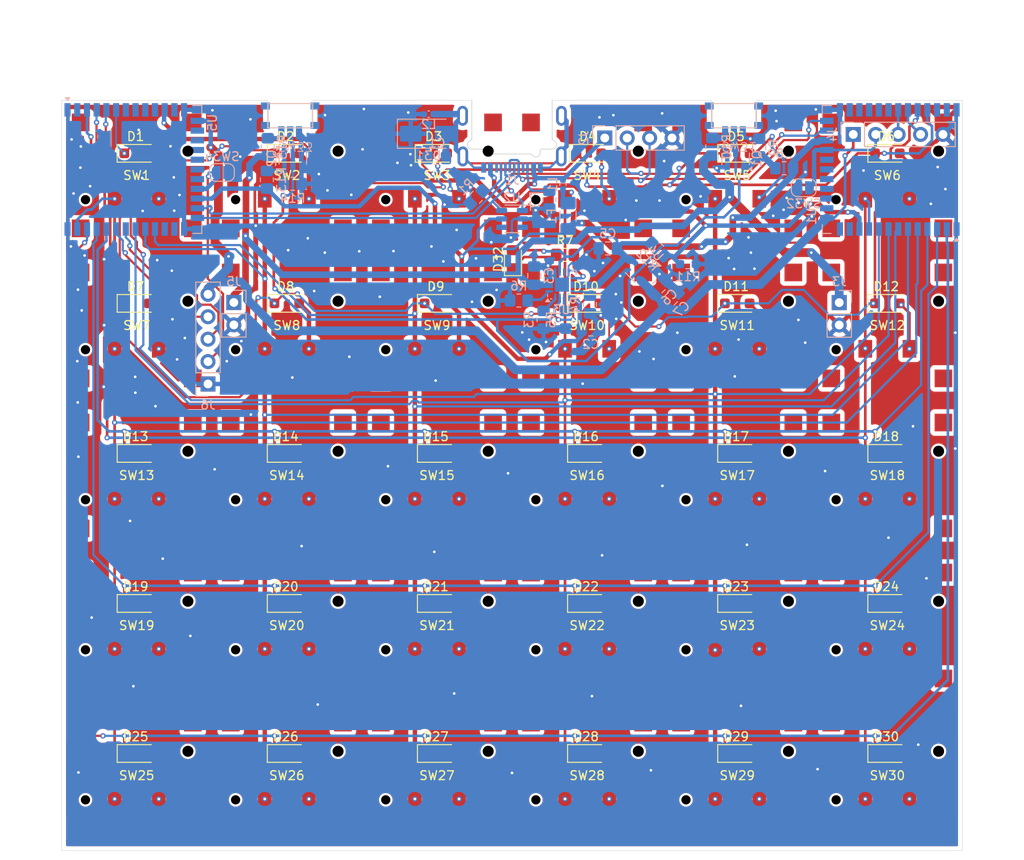
<source format=kicad_pcb>
(kicad_pcb (version 20241229) (generator "pcbnew") (generator_version "9.0")
  (layers (0 "F.Cu" signal) (2 "B.Cu" signal) (13 "F.Paste" user) (15 "B.Paste" user) (5 "F.SilkS" user "F.Silkscreen") (7 "B.SilkS" user "B.Silkscreen") (1 "F.Mask" user) (3 "B.Mask" user) (25 "Edge.Cuts" user))
  (net 0 "")
  (net 1 "Net-(D1-A)")
  (net 2 "Net-(D2-A)")
  (net 3 "Net-(D3-A)")
  (net 4 "Net-(D4-A)")
  (net 5 "Net-(D5-A)")
  (net 6 "Net-(D6-A)")
  (net 7 "Net-(D8-A)")
  (net 8 "Net-(D9-A)")
  (net 9 "Net-(D10-A)")
  (net 10 "Net-(D11-A)")
  (net 11 "Net-(D12-A)")
  (net 12 "Net-(D13-A)")
  (net 13 "Net-(D15-A)")
  (net 14 "Net-(D16-A)")
  (net 15 "Net-(D17-A)")
  (net 16 "Net-(D18-A)")
  (net 17 "Net-(D19-A)")
  (net 18 "Net-(D20-A)")
  (net 19 "Net-(D21-A)")
  (net 20 "Net-(D22-A)")
  (net 21 "Net-(D23-A)")
  (net 22 "Net-(D24-A)")
  (net 23 "Net-(D25-A)")
  (net 24 "Net-(D26-A)")
  (net 25 "Net-(D27-A)")
  (net 26 "Net-(D28-A)")
  (net 27 "GND")
  (net 28 "Net-(J1-CC2)")
  (net 29 "Net-(J1-CC1)")
  (net 30 "Net-(D29-A)")
  (net 31 "Net-(D30-A)")
  (net 32 "Net-(D7-A)")
  (net 33 "Net-(D14-A)")
  (net 34 "ROW1")
  (net 35 "ROW2")
  (net 36 "ROW3")
  (net 37 "ROW4")
  (net 38 "ROW5")
  (net 39 "Earth")
  (net 40 "VBUS")
  (net 47 "+BATT")
  (net 48 "Net-(J4-Pin_3)")
  (net 49 "Net-(J4-Pin_4)")
  (net 53 "SYSOFF")
  (net 55 "Net-(Q1-G)")
  (net 57 "COL1")
  (net 62 "COL2")
  (net 64 "COL3")
  (net 65 "COL4")
  (net 66 "COL5")
  (net 67 "COL6")
  (net 68 "+5V")
  (net 69 "+3.3V")
  (net 70 "VSENSE")
  (net 73 "+VSW")
  (net 74 "Net-(U3-ILIM)")
  (net 76 "Net-(U3-TMR)")
  (net 77 "Net-(U3-~{CHG})")
  (net 78 "Net-(U3-ISET)")
  (net 79 "Net-(U3-TS)")
  (net 80 "Net-(D32-K)")
  (net 81 "Net-(F1-Pad1)")
  (net 82 "Net-(SW31-A)")
  (net 83 "Net-(J6-Pin_4)")
  (net 84 "Net-(Q2-G)")
  (net 85 "Net-(SW33-A)")
  (net 98 "RESET1")
  (net 101 "D+")
  (net 102 "D-")
  (net 104 "RESET2")
  (net 105 "Net-(J6-Pin_3)")
  (footprint "LED_SMD:LED_0805_2012Metric_Pad1.15x1.40mm_HandSolder" (layer "F.Cu") (at 78.15 45 90)
    (property "Reference" "D32")
    (property "Value" "LED")
  )
  (footprint "Diode_SMD:D_SOD-123F" (layer "F.Cu") (at 86.55 50)
    (property "Reference" "D10")
    (property "Value" "D")
  )
  (footprint "Diode_SMD:D_SOD-123F" (layer "F.Cu") (at 35.55 101)
    (property "Reference" "D25")
    (property "Value" "D")
  )
  (footprint "Diode_SMD:D_SOD-123F" (layer "F.Cu") (at 52.55 84)
    (property "Reference" "D20")
    (property "Value" "D")
  )
  (footprint "PCM_marbastlib-xp-choc:SW_PG1316S" (layer "F.Cu") (at 86.55 52.5)
    (property "Reference" "SW10")
    (property "Value" "SW_Push")
  )
  (footprint "Diode_SMD:D_SOD-123F" (layer "F.Cu") (at 69.3 33)
    (property "Reference" "D3")
    (property "Value" "D")
  )
  (footprint "PCM_marbastlib-xp-choc:SW_PG1316S" (layer "F.Cu") (at 120.55 103.5)
    (property "Reference" "SW30")
    (property "Value" "SW_Push")
  )
  (footprint "PCM_marbastlib-xp-choc:SW_PG1316S" (layer "F.Cu") (at 69.55 52.5)
    (property "Reference" "SW9")
    (property "Value" "SW_Push")
  )
  (footprint "Diode_SMD:D_SOD-123F" (layer "F.Cu") (at 35.55 33)
    (property "Reference" "D1")
    (property "Value" "D")
  )
  (footprint "PCM_marbastlib-xp-choc:SW_PG1316S" (layer "F.Cu") (at 103.55 69.5)
    (property "Reference" "SW17")
    (property "Value" "SW_Push")
  )
  (footprint "Resistor_SMD:R_0805_2012Metric_Pad1.20x1.40mm_HandSolder" (layer "F.Cu") (at 84.05 44.5)
    (property "Reference" "R7")
    (property "Value" "1.5k")
  )
  (footprint "PCM_marbastlib-xp-choc:SW_PG1316S" (layer "F.Cu") (at 52.55 86.5)
    (property "Reference" "SW20")
    (property "Value" "SW_Push")
  )
  (footprint "PCM_marbastlib-xp-choc:SW_PG1316S" (layer "F.Cu") (at 86.55 69.5)
    (property "Reference" "SW16")
    (property "Value" "SW_Push")
  )
  (footprint "PCM_marbastlib-xp-choc:SW_PG1316S" (layer "F.Cu") (at 86.55 86.5)
    (property "Reference" "SW22")
    (property "Value" "SW_Push")
  )
  (footprint "PCM_marbastlib-xp-choc:SW_PG1316S" (layer "F.Cu") (at 35.55 86.5)
    (property "Reference" "SW19")
    (property "Value" "SW_Push")
  )
  (footprint "Diode_SMD:D_SOD-123F" (layer "F.Cu") (at 103.55 50)
    (property "Reference" "D11")
    (property "Value" "D")
  )
  (footprint "PCM_marbastlib-xp-choc:SW_PG1316S" (layer "F.Cu") (at 120.55 86.5)
    (property "Reference" "SW24")
    (property "Value" "SW_Push")
  )
  (footprint "Diode_SMD:D_SOD-123F" (layer "F.Cu") (at 35.55 67)
    (property "Reference" "D13")
    (property "Value" "D")
  )
  (footprint "PCM_marbastlib-xp-choc:SW_PG1316S" (layer "F.Cu") (at 103.55 86.5)
    (property "Reference" "SW23")
    (property "Value" "SW_Push")
  )
  (footprint "PCM_marbastlib-xp-choc:SW_PG1316S" (layer "F.Cu") (at 86.55 35.5)
    (property "Reference" "SW4")
    (property "Value" "SW_Push")
  )
  (footprint "Diode_SMD:D_SOD-123F" (layer "F.Cu") (at 103.55 84)
    (property "Reference" "D23")
    (property "Value" "D")
  )
  (footprint "Diode_SMD:D_SOD-123F" (layer "F.Cu") (at 86.75 33)
    (property "Reference" "D4")
    (property "Value" "D")
  )
  (footprint "PCM_marbastlib-xp-choc:SW_PG1316S" (layer "F.Cu") (at 69.55 103.5)
    (property "Reference" "SW27")
    (property "Value" "SW_Push")
  )
  (footprint "Diode_SMD:D_SOD-123F" (layer "F.Cu") (at 35.55 84)
    (property "Reference" "D19")
    (property "Value" "D")
  )
  (footprint "Diode_SMD:D_SOD-123F" (layer "F.Cu") (at 52.55 101)
    (property "Reference" "D26")
    (property "Value" "D")
  )
  (footprint "Diode_SMD:D_SOD-123F" (layer "F.Cu") (at 86.55 67)
    (property "Reference" "D16")
    (property "Value" "D")
  )
  (footprint "Diode_SMD:D_SOD-123F" (layer "F.Cu") (at 52.55 67)
    (property "Reference" "D14")
    (property "Value" "D")
  )
  (footprint "Diode_SMD:D_SOD-123F" (layer "F.Cu") (at 35.55 50)
    (property "Reference" "D7")
    (property "Value" "D")
  )
  (footprint "Diode_SMD:D_SOD-123F" (layer "F.Cu") (at 86.55 84)
    (property "Reference" "D22")
    (property "Value" "D")
  )
  (footprint "Diode_SMD:D_SOD-123F" (layer "F.Cu") (at 69.55 101)
    (property "Reference" "D27")
    (property "Value" "D")
  )
  (footprint "Diode_SMD:D_SOD-123F" (layer "F.Cu") (at 120.55 67)
    (property "Reference" "D18")
    (property "Value" "D")
  )
  (footprint "Diode_SMD:D_SOD-123F" (layer "F.Cu") (at 120.55 50)
    (property "Reference" "D12")
    (property "Value" "D")
  )
  (footprint "Diode_SMD:D_SOD-123F" (layer "F.Cu") (at 69.55 67)
    (property "Reference" "D15")
    (property "Value" "D")
  )
  (footprint "Diode_SMD:D_SOD-123F" (layer "F.Cu") (at 103.55 67)
    (property "Reference" "D17")
    (property "Value" "D")
  )
  (footprint "Diode_SMD:D_SOD-123F" (layer "F.Cu") (at 69.55 84)
    (property "Reference" "D21")
    (property "Value" "D")
  )
  (footprint "PCM_marbastlib-xp-choc:SW_PG1316S" (layer "F.Cu") (at 52.55 35.5)
    (property "Reference" "SW2")
    (property "Value" "SW_Push")
  )
  (footprint "PCM_marbastlib-xp-choc:SW_PG1316S" (layer "F.Cu") (at 35.55 103.5)
    (property "Reference" "SW25")
    (property "Value" "SW_Push")
  )
  (footprint "PCM_marbastlib-xp-choc:SW_PG1316S" (layer "F.Cu") (at 69.55 86.5)
    (property "Reference" "SW21")
    (property "Value" "SW_Push")
  )
  (footprint "PCM_marbastlib-xp-choc:SW_PG1316S" (layer "F.Cu") (at 103.55 35.5)
    (property "Reference" "SW5")
    (property "Value" "SW_Push")
  )
  (footprint "PCM_marbastlib-xp-choc:SW_PG1316S" (layer "F.Cu") (at 120.55 35.5)
    (property "Reference" "SW6")
    (property "Value" "SW_Push")
  )
  (footprint "PCM_marbastlib-xp-choc:SW_PG1316S" (layer "F.Cu") (at 35.55 35.5)
    (property "Reference" "SW1")
    (property "Value" "SW_Push")
  )
  (footprint "PCM_marbastlib-xp-choc:SW_PG1316S" (layer "F.Cu") (at 69.55 35.5)
    (property "Reference" "SW3")
    (property "Value" "SW_Push")
  )
  (footprint "Diode_SMD:D_SOD-123F" (layer "F.Cu") (at 120.55 33)
    (property "Reference" "D6")
    (property "Value" "D")
  )
  (footprint "PCM_marbastlib-xp-choc:SW_PG1316S" (layer "F.Cu") (at 52.55 69.5)
    (property "Reference" "SW14")
    (property "Value" "SW_Push")
  )
  (footprint "Diode_SMD:D_SOD-123F" (layer "F.Cu") (at 103.55 101)
    (property "Reference" "D29")
    (property "Value" "D")
  )
  (footprint "PCM_marbastlib-xp-choc:SW_PG1316S" (layer "F.Cu") (at 120.55 52.5)
    (property "Reference" "SW12")
    (property "Value" "SW_Push")
  )
  (footprint "PCM_marbastlib-xp-choc:SW_PG1316S" (layer "F.Cu") (at 86.55 103.5)
    (property "Reference" "SW28")
    (property "Value" "SW_Push")
  )
  (footprint "Diode_SMD:D_SOD-123F" (layer "F.Cu") (at 120.55 101)
    (property "Reference" "D30")
    (property "Value" "D")
  )
  (footprint "Diode_SMD:D_SOD-123F" (layer "F.Cu") (at 52.55 50)
    (property "Reference" "D8")
    (property "Value" "D")
  )
  (footprint "Diode_SMD:D_SOD-123F" (layer "F.Cu") (at 103.55 33)
    (property "Reference" "D5")
    (property "Value" "D")
  )
  (footprint "PCM_marbastlib-xp-choc:SW_PG1316S" (layer "F.Cu") (at 103.55 103.5)
    (property "Reference" "SW29")
    (property "Value" "SW_Push")
  )
  (footprint "PCM_marbastlib-xp-choc:SW_PG1316S" (layer "F.Cu") (at 103.55 52.5)
    (property "Reference" "SW11")
    (property "Value" "SW_Push")
  )
  (footprint "PCM_marbastlib-xp-choc:SW_PG1316S" (layer "F.Cu") (at 35.55 69.5)
    (property "Reference" "SW13")
    (property "Value" "SW_Push")
  )
  (footprint "Diode_SMD:D_SOD-123F" (layer "F.Cu") (at 69.55 50)
    (property "Reference" "D9")
    (property "Value" "D")
  )
  (footprint "PCM_marbastlib-xp-choc:SW_PG1316S" (layer "F.Cu") (at 35.55 52.5)
    (property "Reference" "SW7")
    (property "Value" "SW_Push")
  )
  (footprint "Diode_SMD:D_SOD-123F" (layer "F.Cu") (at 52.55 33)
    (property "Reference" "D2")
    (property "Value" "D")
  )
  (footprint "PCM_marbastlib-xp-choc:SW_PG1316S" (layer "F.Cu") (at 120.55 69.5)
    (property "Reference" "SW18")
    (property "Value" "SW_Push")
  )
  (footprint "PCM_marbastlib-xp-choc:SW_PG1316S" (layer "F.Cu") (at 52.55 52.5)
    (property "Reference" "SW8")
    (property "Value" "SW_Push")
  )
  (footprint "Diode_SMD:D_SOD-123F" (layer "F.Cu") (at 120.55 84)
    (property "Reference" "D24")
    (property "Value" "D")
  )
  (footprint "PCM_marbastlib-xp-choc:SW_PG1316S" (layer "F.Cu") (at 52.55 103.5)
    (property "Reference" "SW26")
    (property "Value" "SW_Push")
  )
  (footprint "PCM_marbastlib-xp-choc:SW_PG1316S" (layer "F.Cu") (at 69.55 69.5)
    (property "Reference" "SW15")
    (property "Value" "SW_Push")
  )
  (footprint "Diode_SMD:D_SOD-123F" (layer "F.Cu") (at 86.55 101)
    (property "Reference" "D28")
    (property "Value" "D")
  )
  (footprint "Resistor_SMD:R_0805_2012Metric_Pad1.20x1.40mm_HandSolder" (layer "B.Cu") (at 50.29 35.99 90)
    (property "Reference" "R13")
    (property "Value" "100")
  )
  (footprint "Capacitor_SMD:C_0805_2012Metric_Pad1.18x1.45mm_HandSolder" (layer "B.Cu") (at 96.07 49.48 45)
    (property "Reference" "C7")
    (property "Value" "100n")
  )
  (footprint "Jumper:SolderJumper-2_P1.3mm_Open_RoundedPad1.0x1.5mm" (layer "B.Cu") (at 45.2 35.17 180)
    (property "Reference" "SW34")
    (property "Value" "SW_Push")
  )
  (footprint "PCM_marbastlib-various:USB_C_Receptacle_HRO_TYPE-C-31-M-14" (layer "B.Cu") (at 78.05 33.43)
    (property "Reference" "J1")
    (property "Value" "USB_C_Receptacle_USB2.0_16P")
    (fp_line (start -4.554999 -2.075821) (end -4.554999 -6.435) (stroke (width 0.08)) (layer "Edge.Cuts"))
    (fp_line (start -3.404998 -0.905) (end -4.554999 -0.905) (stroke (width 0.08)) (layer "Edge.Cuts"))
    (fp_line (start -3.204999 -0.505) (end -3.204999 -0.705) (stroke (width 0.08)) (layer "Edge.Cuts"))
    (fp_line (start -0.004999 -0.355) (end -2.098781 -0.355) (stroke (width 0.08)) (layer "Edge.Cuts"))
    (fp_line (start -0.004999 -0.355) (end 2.088783 -0.355) (stroke (width 0.08)) (layer "Edge.Cuts"))
    (fp_line (start 3.195001 -0.505) (end 3.195001 -0.705) (stroke (width 0.08)) (layer "Edge.Cuts"))
    (fp_line (start 3.395 -0.905) (end 4.545001 -0.905) (stroke (width 0.08)) (layer "Edge.Cuts"))
    (fp_line (start 4.545001 -2.075821) (end 4.545001 -6.435) (stroke (width 0.08)) (layer "Edge.Cuts"))
    (fp_arc (start -4.554999 -2.075821) (mid -4.594642 -1.956298) (end -4.697856 -1.884158) (stroke (width 0.08)) (layer "Edge.Cuts"))
    (fp_arc (start -4.554999 -0.905) (mid -5.04976 -1.332815) (end -4.697856 -1.884157) (stroke (width 0.08)) (layer "Edge.Cuts"))
    (fp_arc (start -3.404998 -0.905) (mid -3.263577 -0.846421) (end -3.204998 -0.705) (stroke (width 0.08)) (layer "Edge.Cuts"))
    (fp_arc (start -2.271986 -0.255) (mid -2.834409 -0.022037) (end -3.204999 -0.505) (stroke (width 0.08)) (layer "Edge.Cuts"))
    (fp_arc (start -2.271986 -0.255) (mid -2.198781 -0.328205) (end -2.098781 -0.355) (stroke (width 0.08)) (layer "Edge.Cuts"))
    (fp_arc (start 2.088783 -0.355) (mid 2.188789 -0.328211) (end 2.261988 -0.255) (stroke (width 0.08)) (layer "Edge.Cuts"))
    (fp_arc (start 3.195001 -0.705) (mid 3.253579 -0.846421) (end 3.395 -0.904999) (stroke (width 0.08)) (layer "Edge.Cuts"))
    (fp_arc (start 3.195001 -0.505) (mid 2.82441 -0.022036) (end 2.261988 -0.255) (stroke (width 0.08)) (layer "Edge.Cuts"))
    (fp_arc (start 4.687858 -1.884158) (mid 4.584652 -1.9563) (end 4.545001 -2.075821) (stroke (width 0.08)) (layer "Edge.Cuts"))
    (fp_arc (start 4.687858 -1.884158) (mid 5.039763 -1.332815) (end 4.545001 -0.904999) (stroke (width 0.08)) (layer "Edge.Cuts"))
  )
  (footprint "Diode_SMD:D_SMA" (layer "B.Cu") (at 68.58 30.78)
    (property "Reference" "D31")
    (property "Value" "BSD3C051V")
  )
  (footprint "Capacitor_SMD:C_0805_2012Metric_Pad1.18x1.45mm_HandSolder" (layer "B.Cu") (at 86.97 52.955)
    (property "Reference" "C2")
    (property "Value" "4.7u")
  )
  (footprint "Capacitor_SMD:C_0805_2012Metric_Pad1.18x1.45mm_HandSolder" (layer "B.Cu") (at 88.89 43.78 180)
    (property "Reference" "C5")
    (property "Value" "1u")
  )
  (footprint "custom-syms:Slide" (layer "B.Cu") (at 103.18 28.74)
    (property "Reference" "SW31")
    (property "Value" "SW_SPDT")
  )
  (footprint "Fuse:Fuse_1206_3216Metric_Pad1.42x1.75mm_HandSolder" (layer "B.Cu") (at 84.39 40.12 -90)
    (property "Reference" "F1")
    (property "Value" "750mA")
  )
  (footprint "Resistor_SMD:R_0805_2012Metric_Pad1.20x1.40mm_HandSolder" (layer "B.Cu") (at 106.04 32.35 90)
    (property "Reference" "R9")
    (property "Value" "10k")
  )
  (footprint "Package_TO_SOT_SMD:SOT-23" (layer "B.Cu") (at 53.2275 33.57 -90)
    (property "Reference" "Q2")
    (property "Value" "2N7002")
  )
  (footprint "Package_TO_SOT_SMD:SOT-23" (layer "B.Cu") (at 103.37 33.63 90)
    (property "Reference" "Q1")
    (property "Value" "2N7002")
  )
  (footprint "custom-syms:Slide" (layer "B.Cu") (at 52.93 28.74)
    (property "Reference" "SW33")
    (property "Value" "SW_SPDT")
  )
  (footprint "Connector_PinHeader_2.54mm:PinHeader_1x02_P2.54mm_Vertical" (layer "B.Cu") (at 115.1 49.915 180)
    (property "Reference" "J3")
    (property "Value" "Conn_01x02_Pin")
  )
  (footprint "Resistor_SMD:R_0805_2012Metric_Pad1.20x1.40mm_HandSolder" (layer "B.Cu") (at 82.275 38.25 -90)
    (property "Reference" "R2")
    (property "Value" "5.1k")
  )
  (footprint "Resistor_SMD:R_0805_2012Metric_Pad1.20x1.40mm_HandSolder" (layer "B.Cu") (at 84.145 51.855 -90)
    (property "Reference" "R5")
    (property "Value" "47k")
  )
  (footprint "Resistor_SMD:R_0805_2012Metric_Pad1.20x1.40mm_HandSolder" (layer "B.Cu") (at 53.21 36.45)
    (property "Reference" "R14")
    (property "Value" "10k")
  )
  (footprint "Package_TO_SOT_SMD:SOT-23-3" (layer "B.Cu") (at 92.54 45.97 135)
    (property "Reference" "U4")
    (property "Value" "XC6206PxxxMR")
  )
  (footprint "Package_DFN_QFN:VQFN-16-1EP_3x3mm_P0.5mm_EP1.6x1.6mm" (layer "B.Cu") (at 83.695 47.88)
    (property "Reference" "U3")
    (property "Value" "BQ24075RGT")
  )
  (footprint "Resistor_SMD:R_0603_1608Metric_Pad0.98x0.95mm_HandSolder" (layer "B.Cu") (at 97.9675 45.55)
    (property "Reference" "R11")
    (property "Value" "2M")
  )
  (footprint "Resistor_SMD:R_0805_2012Metric_Pad1.20x1.40mm_HandSolder" (layer "B.Cu") (at 100.72 32.25 90)
    (property "Reference" "R10")
    (property "Value" "100k")
  )
  (footprint "Capacitor_SMD:C_0805_2012Metric_Pad1.18x1.45mm_HandSolder" (layer "B.Cu") (at 69.53 33.52 180)
    (property "Reference" "C1")
    (property "Value" "100n")
  )
  (footprint "PCM_marbastlib-various:nRF52840_holyiot_18010_HS_simple" (layer "B.Cu") (at 33.419 34.825 -90)
    (property "Reference" "U5")
    (property "Value" "nRF52840_holyiot_18010")
  )
  (footprint "Jumper:SolderJumper-2_P1.3mm_Open_RoundedPad1.0x1.5mm" (layer "B.Cu") (at 111.08 36.91)
    (property "Reference" "SW32")
    (property "Value" "SW_Push")
  )
  (footprint "Resistor_SMD:R_0805_2012Metric_Pad1.20x1.40mm_HandSolder" (layer "B.Cu") (at 78.82 49.68 180)
    (property "Reference" "R6")
    (property "Value" "10k")
  )
  (footprint "Connector_PinHeader_2.54mm:PinHeader_1x05_P2.54mm_Vertical" (layer "B.Cu") (at 116.69 30.86 -90)
    (property "Reference" "J4")
    (property "Value" "Conn_01x05_Pin")
  )
  (footprint "Inductor_SMD:L_0402_1005Metric_Pad0.77x0.64mm_HandSolder" (layer "B.Cu") (at 68.62 28.56)
    (property "Reference" "L2")
    (property "Value" "BLM15PD121SN1D")
  )
  (footprint "Resistor_SMD:R_0805_2012Metric_Pad1.20x1.40mm_HandSolder" (layer "B.Cu") (at 108.87 34.69 180)
    (property "Reference" "R8")
    (property "Value" "100")
  )
  (footprint "Resistor_SMD:R_0805_2012Metric_Pad1.20x1.40mm_HandSolder" (layer "B.Cu") (at 74 37.975 -135)
    (property "Reference" "R1")
    (property "Value" "5.1k")
  )
  (footprint "Capacitor_SMD:C_0805_2012Metric_Pad1.18x1.45mm_HandSolder" (layer "B.Cu") (at 80.57 46.855 90)
    (property "Reference" "C3")
    (property "Value" "4.7u")
  )
  (footprint "PCM_marbastlib-various:SOT-23-6-routable" (layer "B.Cu") (at 78.05 40.43 180)
    (property "Reference" "U2")
    (property "Value" "SRV05-4")
  )
  (footprint "Connector_PinHeader_2.54mm:PinHeader_1x02_P2.54mm_Vertical" (layer "B.Cu") (at 46.55 49.9 180)
    (property "Reference" "J5")
    (property "Value" "Conn_01x02_Pin")
  )
  (footprint "PCM_marbastlib-various:nRF52840_holyiot_18010_HS_simple" (layer "B.Cu") (at 122.681 34.825 90)
    (property "Reference" "U1")
    (property "Value" "nRF52840_holyiot_18010")
  )
  (footprint "Resistor_SMD:R_0805_2012Metric_Pad1.20x1.40mm_HandSolder" (layer "B.Cu") (at 50.39 32.29 90)
    (property "Reference" "R15")
    (property "Value" "100k")
  )
  (footprint "Resistor_SMD:R_0805_2012Metric_Pad1.20x1.40mm_HandSolder" (layer "B.Cu") (at 81.62 51.855 -90)
    (property "Reference" "R3")
    (property "Value" "3.9k")
  )
  (footprint "Connector_PinHeader_2.54mm:PinHeader_1x05_P2.54mm_Vertical" (layer "B.Cu") (at 43.625 59.135)
    (property "Reference" "J6")
    (property "Value" "Conn_01x05_Pin")
  )
  (footprint "Inductor_SMD:L_0402_1005Metric_Pad0.77x0.64mm_HandSolder" (layer "B.Cu") (at 83.82 36.54 -90)
    (property "Reference" "L1")
    (property "Value" "BLM15PD121SN1D")
  )
  (footprint "Capacitor_SMD:C_0805_2012Metric_Pad1.18x1.45mm_HandSolder" (layer "B.Cu") (at 94.68 48.11 45)
    (property "Reference" "C6")
    (property "Value" "1u")
  )
  (footprint "Connector_PinHeader_2.54mm:PinHeader_1x04_P2.54mm_Vertical" (layer "B.Cu") (at 88.55 31.26 -90)
    (property "Reference" "J2")
    (property "Value" "Conn_01x04_Pin")
  )
  (footprint "Resistor_SMD:R_0805_2012Metric_Pad1.20x1.40mm_HandSolder" (layer "B.Cu") (at 86.875 50.125 -90)
    (property "Reference" "R4")
    (property "Value" "1.5k")
  )
  (footprint "Resistor_SMD:R_0805_2012Metric_Pad1.20x1.40mm_HandSolder" (layer "B.Cu") (at 94.55 43.9 -45)
    (property "Reference" "R12")
    (property "Value" "806k")
  )
  (gr_line (start 55.525 30.15) (end 55.525 27) (stroke (width 0.05)) (layer "Edge.Cuts"))
  (gr_line (start 50.35 30.15) (end 50.35 27) (stroke (width 0.05)) (layer "Edge.Cuts"))
  (gr_line (start 129.05 112) (end 27.05 112) (stroke (width 0.05)) (layer "Edge.Cuts"))
  (gr_line (start 50.35 30.15) (end 55.525 30.15) (stroke (width 0.05)) (layer "Edge.Cuts"))
  (gr_line (start 100.595001 30.15) (end 105.770001 30.15) (stroke (width 0.05)) (layer "Edge.Cuts"))
  (gr_line (start 73.495001 26.995) (end 55.525 27) (stroke (width 0.05)) (layer "Edge.Cuts"))
  (gr_line (start 100.595001 30.15) (end 100.595001 27) (stroke (width 0.05)) (layer "Edge.Cuts"))
  (gr_line (start 105.770001 27) (end 129.05 27) (stroke (width 0.05)) (layer "Edge.Cuts"))
  (gr_line (start 82.595001 26.995) (end 100.595001 27) (stroke (width 0.05)) (layer "Edge.Cuts"))
  (gr_line (start 27.05 112) (end 27.05 27) (stroke (width 0.05)) (layer "Edge.Cuts"))
  (gr_line (start 27.05 27) (end 50.35 27) (stroke (width 0.05)) (layer "Edge.Cuts"))
  (gr_line (start 105.770001 30.15) (end 105.770001 27) (stroke (width 0.05)) (layer "Edge.Cuts"))
  (gr_line (start 129.05 27) (end 129.05 112) (stroke (width 0.05)) (layer "Edge.Cuts"))
  (segment (start 38.05 34.1) (end 36.95 33) (width 0.5) (layer "F.Cu") (net 1))
  (segment (start 38.05 38.15) (end 38.05 34.1) (width 0.5) (layer "F.Cu") (net 1))
  (via (at 38.05 38.15) (size 0.6) (drill 0.3) (layers "F.Cu" "B.Cu") (net 1))
  (segment (start 55.05 34.1) (end 53.95 33) (width 0.5) (layer "F.Cu") (net 2))
  (segment (start 55.05 38.15) (end 55.05 34.1) (width 0.5) (layer "F.Cu") (net 2))
  (via (at 55.05 38.15) (size 0.6) (drill 0.3) (layers "F.Cu" "B.Cu") (net 2))
  (segment (start 71.0375 37.0375) (end 72.05 38.05) (width 0.3) (layer "F.Cu") (net 3))
  (segment (start 69.637703 34.062297) (end 70.7 33) (width 0.3) (layer "F.Cu") (net 3))
  (segment (start 72.05 38.05) (end 72.05 38.15) (width 0.3) (layer "F.Cu") (net 3))
  (segment (start 69.637703 34.458452) (end 69.637703 34.062297) (width 0.3) (layer "F.Cu") (net 3))
  (via (at 72.05 38.15) (size 0.6) (drill 0.3) (layers "F.Cu" "B.Cu") (net 3))
  (via (at 69.637703 34.458452) (size 0.6) (drill 0.3) (layers "F.Cu" "B.Cu") (net 3))
  (via (at 71.0375 37.0375) (size 0.6) (drill 0.3) (layers "F.Cu" "B.Cu") (net 3))
  (segment (start 69.637703 34.927703) (end 71.05 36.34) (width 0.3) (layer "B.Cu") (net 3))
  (segment (start 71.05 37.025) (end 71.0375 37.0375) (width 0.3) (layer "B.Cu") (net 3))
  (segment (start 71.05 36.34) (end 71.05 37.025) (width 0.3) (layer "B.Cu") (net 3))
  (segment (start 69.637703 34.458452) (end 69.637703 34.927703) (width 0.3) (layer "B.Cu") (net 3))
  (segment (start 88.19 33.04) (end 88.15 33) (width 0.3) (layer "F.Cu") (net 4))
  (segment (start 88.19 34.58) (end 88.19 33.04) (width 0.3) (layer "F.Cu") (net 4))
  (via (at 89.05 38.15) (size 0.6) (drill 0.3) (layers "F.Cu" "B.Cu") (net 4))
  (via (at 88.19 34.58) (size 0.6) (drill 0.3) (layers "F.Cu" "B.Cu") (net 4))
  (segment (start 88.19 36.6) (end 89.05 37.46) (width 0.3) (layer "B.Cu") (net 4))
  (segment (start 89.05 37.46) (end 89.05 38.15) (width 0.3) (layer "B.Cu") (net 4))
  (segment (start 88.19 34.58) (end 88.19 36.6) (width 0.3) (layer "B.Cu") (net 4))
  (segment (start 104.95 33) (end 105.59 33) (width 0.3) (layer "F.Cu") (net 5))
  (segment (start 105.59 33) (end 107.5 31.09) (width 0.3) (layer "F.Cu") (net 5))
  (via (at 106.05 37.98) (size 0.6) (drill 0.3) (layers "F.Cu" "B.Cu") (net 5))
  (via (at 107.5 31.09) (size 0.6) (drill 0.3) (layers "F.Cu" "B.Cu") (net 5))
  (segment (start 107.5 32.4) (end 108.821 33.721) (width 0.3) (layer "B.Cu") (net 5))
  (segment (start 108.821 33.721) (end 108.821 35.39587) (width 0.3) (layer "B.Cu") (net 5))
  (segment (start 106.23687 37.98) (end 106.05 37.98) (width 0.3) (layer "B.Cu") (net 5))
  (segment (start 108.821 35.39587) (end 106.23687 37.98) (width 0.3) (layer "B.Cu") (net 5))
  (segment (start 107.5 31.09) (end 107.5 32.4) (width 0.3) (layer "B.Cu") (net 5))
  (segment (start 123.05 34.1) (end 121.95 33) (width 0.3) (layer "F.Cu") (net 6))
  (segment (start 123.05 38.15) (end 123.05 34.1) (width 0.3) (layer "F.Cu") (net 6))
  (via (at 123.05 38.15) (size 0.6) (drill 0.3) (layers "F.Cu" "B.Cu") (net 6))
  (segment (start 55.05 55.15) (end 55.05 51.1) (width 0.5) (layer "F.Cu") (net 7))
  (segment (start 55.05 51.1) (end 53.95 50) (width 0.5) (layer "F.Cu") (net 7))
  (via (at 55.05 55.15) (size 0.6) (drill 0.3) (layers "F.Cu" "B.Cu") (net 7))
  (segment (start 72.05 51.1) (end 70.95 50) (width 0.5) (layer "F.Cu") (net 8))
  (segment (start 72.05 55.15) (end 72.05 51.1) (width 0.5) (layer "F.Cu") (net 8))
  (via (at 72.05 55.15) (size 0.6) (drill 0.3) (layers "F.Cu" "B.Cu") (net 8))
  (segment (start 89.05 51.1) (end 87.95 50) (width 0.2) (layer "F.Cu") (net 9))
  (segment (start 89.05 55.15) (end 89.05 51.1) (width 0.2) (layer "F.Cu") (net 9))
  (via (at 89.05 55.15) (size 0.6) (drill 0.3) (layers "F.Cu" "B.Cu") (net 9))
  (segment (start 106.05 51.1) (end 104.95 50) (width 0.3) (layer "F.Cu") (net 10))
  (segment (start 106.05 55.15) (end 106.05 51.1) (width 0.3) (layer "F.Cu") (net 10))
  (via (at 106.05 55.15) (size 0.6) (drill 0.3) (layers "F.Cu" "B.Cu") (net 10))
  (segment (start 123.05 55.15) (end 123.05 51.1) (width 0.3) (layer "F.Cu") (net 11))
  (segment (start 123.05 51.1) (end 122.1125 50.1625) (width 0.3) (layer "F.Cu") (net 11))
  (segment (start 122.1125 50.1625) (end 121.95 50) (width 0.3) (layer "F.Cu") (net 11))
  (via (at 122.1125 50.1625) (size 0.6) (drill 0.3) (layers "F.Cu" "B.Cu") (net 11))
  (via (at 123.05 55.15) (size 0.6) (drill 0.3) (layers "F.Cu" "B.Cu") (net 11))
  (segment (start 38.05 68.1) (end 36.95 67) (width 0.3) (layer "F.Cu") (net 12))
  (segment (start 38.05 72.15) (end 38.05 68.1) (width 0.3) (layer "F.Cu") (net 12))
  (via (at 38.05 72.15) (size 0.6) (drill 0.3) (layers "F.Cu" "B.Cu") (net 12))
  (segment (start 72.05 68.1) (end 70.95 67) (width 0.3) (layer "F.Cu") (net 13))
  (segment (start 72.05 72.15) (end 72.05 68.1) (width 0.3) (layer "F.Cu") (net 13))
  (via (at 72.05 72.15) (size 0.6) (drill 0.3) (layers "F.Cu" "B.Cu") (net 13))
  (segment (start 89.05 68.1) (end 87.95 67) (width 0.3) (layer "F.Cu") (net 14))
  (segment (start 89.05 72.15) (end 89.05 68.1) (width 0.3) (layer "F.Cu") (net 14))
  (via (at 89.05 72.15) (size 0.6) (drill 0.3) (layers "F.Cu" "B.Cu") (net 14))
  (segment (start 106.05 72.15) (end 106.05 68.1) (width 0.3) (layer "F.Cu") (net 15))
  (segment (start 106.05 68.1) (end 104.95 67) (width 0.3) (layer "F.Cu") (net 15))
  (via (at 106.05 72.15) (size 0.6) (drill 0.3) (layers "F.Cu" "B.Cu") (net 15))
  (segment (start 123.05 72.15) (end 123.05 68.1) (width 0.3) (layer "F.Cu") (net 16))
  (segment (start 123.05 68.1) (end 121.95 67) (width 0.3) (layer "F.Cu") (net 16))
  (via (at 123.05 72.15) (size 0.6) (drill 0.3) (layers "F.Cu" "B.Cu") (net 16))
  (segment (start 38.05 85.1) (end 36.95 84) (width 0.5) (layer "F.Cu") (net 17))
  (segment (start 38.05 89.15) (end 38.05 85.1) (width 0.5) (layer "F.Cu") (net 17))
  (via (at 38.05 89.15) (size 0.6) (drill 0.3) (layers "F.Cu" "B.Cu") (net 17))
  (segment (start 55.05 85.1) (end 53.95 84) (width 0.5) (layer "F.Cu") (net 18))
  (segment (start 55.05 89.15) (end 55.05 85.1) (width 0.5) (layer "F.Cu") (net 18))
  (via (at 55.05 89.15) (size 0.6) (drill 0.3) (layers "F.Cu" "B.Cu") (net 18))
  (segment (start 72.05 89.15) (end 72.05 85.1) (width 0.5) (layer "F.Cu") (net 19))
  (segment (start 72.05 85.1) (end 70.95 84) (width 0.5) (layer "F.Cu") (net 19))
  (via (at 72.05 89.15) (size 0.6) (drill 0.3) (layers "F.Cu" "B.Cu") (net 19))
  (segment (start 89.05 85.1) (end 87.95 84) (width 0.5) (layer "F.Cu") (net 20))
  (segment (start 89.05 89.15) (end 89.05 85.1) (width 0.5) (layer "F.Cu") (net 20))
  (via (at 89.05 89.15) (size 0.6) (drill 0.3) (layers "F.Cu" "B.Cu") (net 20))
  (segment (start 106.05 89.15) (end 106.05 85.1) (width 0.3) (layer "F.Cu") (net 21))
  (segment (start 106.05 85.1) (end 104.95 84) (width 0.3) (layer "F.Cu") (net 21))
  (via (at 106.05 89.15) (size 0.6) (drill 0.3) (layers "F.Cu" "B.Cu") (net 21))
  (segment (start 123.05 85.1) (end 121.95 84) (width 0.3) (layer "F.Cu") (net 22))
  (segment (start 123.05 89.15) (end 123.05 85.1) (width 0.3) (layer "F.Cu") (net 22))
  (via (at 123.05 89.15) (size 0.6) (drill 0.3) (layers "F.Cu" "B.Cu") (net 22))
  (segment (start 38.05 106.15) (end 38.05 102.1) (width 0.5) (layer "F.Cu") (net 23))
  (segment (start 38.05 102.1) (end 36.95 101) (width 0.5) (layer "F.Cu") (net 23))
  (via (at 38.05 106.15) (size 0.6) (drill 0.3) (layers "F.Cu" "B.Cu") (net 23))
  (segment (start 55.05 106.15) (end 55.05 102.1) (width 0.5) (layer "F.Cu") (net 24))
  (segment (start 55.05 102.1) (end 53.95 101) (width 0.5) (layer "F.Cu") (net 24))
  (via (at 55.05 106.15) (size 0.6) (drill 0.3) (layers "F.Cu" "B.Cu") (net 24))
  (segment (start 72.05 106.15) (end 72.05 102.1) (width 0.3) (layer "F.Cu") (net 25))
  (segment (start 72.05 102.1) (end 70.95 101) (width 0.3) (layer "F.Cu") (net 25))
  (via (at 72.05 106.15) (size 0.6) (drill 0.3) (layers "F.Cu" "B.Cu") (net 25))
  (segment (start 89.05 102.1) (end 87.95 101) (width 0.3) (layer "F.Cu") (net 26))
  (segment (start 89.05 106.15) (end 89.05 102.1) (width 0.3) (layer "F.Cu") (net 26))
  (via (at 89.05 106.15) (size 0.6) (drill 0.3) (layers "F.Cu" "B.Cu") (net 26))
  (segment (start 48.924 36.975) (end 48.924 40.099) (width 0.3) (layer "F.Cu") (net 27))
  (segment (start 27.701 43.151) (end 27.701 39.75) (width 0.3) (layer "F.Cu") (net 27))
  (segment (start 49.225 36.674) (end 48.924 36.975) (width 0.3) (layer "F.Cu") (net 27))
  (segment (start 48.924 40.099) (end 49.05 40.225) (width 0.3) (layer "F.Cu") (net 27))
  (segment (start 77.92 42.55) (end 76.919 43.551) (width 0.2) (layer "F.Cu") (net 27))
  (segment (start 28.1 43.55) (end 27.701 43.151) (width 0.3) (layer "F.Cu") (net 27))
  (segment (start 76.919 43.551) (end 75.923943 43.551) (width 0.2) (layer "F.Cu") (net 27))
  (segment (start 49.225 35.15) (end 49.225 36.674) (width 0.3) (layer "F.Cu") (net 27))
  (via (at 104.825 42.525) (size 0.6) (drill 0.3) (layers "F.Cu" "B.Cu") (net 27))
  (via (at 37.675 61.65) (size 0.6) (drill 0.3) (layers "F.Cu" "B.Cu") (net 27))
  (via (at 87.375 46.35) (size 0.6) (drill 0.3) (layers "F.Cu" "B.Cu") (net 27))
  (via (at 95.05 28.475) (size 0.6) (drill 0.3) (layers "F.Cu" "B.Cu") (net 27))
  (via (at 36.225 39.525) (size 0.6) (drill 0.3) (layers "F.Cu" "B.Cu") (net 27))
  (via (at 86.27 54.73) (size 0.6) (drill 0.3) (layers "F.Cu" "B.Cu") (net 27))
  (via (at 81.9 54.375) (size 0.6) (drill 0.3) (layers "F.Cu" "B.Cu") (net 27))
  (via (at 111.275 35.125) (size 0.6) (drill 0.3) (layers "F.Cu" "B.Cu") (net 27))
  (via (at 44.125 28.125) (size 0.6) (drill 0.3) (layers "F.Cu" "B.Cu") (net 27))
  (via (at 80.725 39.45) (size 0.6) (drill 0.3) (layers "F.Cu" "B.Cu") (net 27))
  (via (at 60.75 44.1) (size 0.6) (drill 0.3) (layers "F.Cu" "B.Cu") (net 27))
  (via (at 110.475 51.875) (size 0.6) (drill 0.3) (layers "F.Cu" "B.Cu") (net 27))
  (via (at 71.775 41.675) (size 0.6) (drill 0.3) (layers "F.Cu" "B.Cu") (net 27))
  (via (at 103.975 95.6) (size 0.6) (drill 0.3) (layers "F.Cu" "B.Cu") (net 27))
  (via (at 59.85 37.7) (size 0.6) (drill 0.3) (layers "F.Cu" "B.Cu") (net 27))
  (via (at 39.375 32.2) (size 0.6) (drill 0.3) (layers "F.Cu" "B.Cu") (net 27))
  (via (at 104.65 77.35) (size 0.6) (drill 0.3) (layers "F.Cu" "B.Cu") (net 27))
  (via (at 70.41 38.81) (size 0.6) (drill 0.3) (layers "F.Cu" "B.Cu") (net 27))
  (via (at 35.375 58.325) (size 0.6) (drill 0.3) (layers "F.Cu" "B.Cu") (net 27))
  (via (at 54.925 42.625) (size 0.6) (drill 0.3) (layers "F.Cu" "B.Cu") (net 27))
  (via (at 105.025 31.35) (size 0.6) (drill 0.3) (layers "F.Cu" "B.Cu") (net 27))
  (via (at 76.25 44.65) (size 0.6) (drill 0.3) (layers "F.Cu" "B.Cu") (net 27))
  (via (at 93.775 102.9) (size 0.6) (drill 0.3) (layers "F.Cu" "B.Cu") (net 27))
  (via (at 66.54 33.1) (size 0.6) (drill 0.3) (layers "F.Cu" "B.Cu") (net 27))
  (via (at 39.75 35.725) (size 0.6) (drill 0.3) (layers "F.Cu" "B.Cu") (net 27))
  (via (at 102.575 44.875) (size 0.6) (drill 0.3) (layers "F.Cu" "B.Cu") (net 27))
  (via (at 89.85 51.75) (size 0.6) (drill 0.3) (layers "F.Cu" "B.Cu") (net 27))
  (via (at 30.275 36.725) (size 0.6) (drill 0.3) (layers "F.Cu" "B.Cu") (net 27))
  (via (at 28.875 61.225) (size 0.6) (drill 0.3) (layers "F.Cu" "B.Cu") (net 27))
  (via (at 88.35 45.425) (size 0.6) (drill 0.3) (layers "F.Cu" "B.Cu") (net 27))
  (via (at 35.175 93.375) (size 0.6) (drill 0.3) (layers "F.Cu" "B.Cu") (net 27))
  (via (at 54.225 77.5) (size 0.6) (drill 0.3) (layers "F.Cu" "B.Cu") (net 27))
  (via (at 90.925 40.55) (size 0.6) (drill 0.3) (layers "F.Cu" "B.Cu") (net 27))
  (via (at 29.325 50.8) (size 0.6) (drill 0.3) (layers "F.Cu" "B.Cu") (net 27))
  (via (at 94.75 38.35) (size 0.6) (drill 0.3) (layers "F.Cu" "B.Cu") (net 27))
  (via (at 28.9 48.45) (size 0.6) (drill 0.3) (layers "F.Cu" "B.Cu") (net 27))
  (via (at 52.7 43.975) (size 0.6) (drill 0.3) (layers "F.Cu" "B.Cu") (net 27))
  (via (at 109.15 38.05) (size 0.6) (drill 0.3) (layers "F.Cu" "B.Cu") (net 27))
  (via (at 89.525 28.675) (size 0.6) (drill 0.3) (layers "F.Cu" "B.Cu") (net 27))
  (via (at 90.29 46.9) (size 0.6) (drill 0.3) (layers "F.Cu" "B.Cu") (net 27))
  (via (at 69.2 48.3) (size 0.6) (drill 0.3) (layers "F.Cu" "B.Cu") (net 27))
  (via (at 71.5 94.2) (size 0.6) (drill 0.3) (layers "F.Cu" "B.Cu") (net 27))
  (via (at 112.65 102.775) (size 0.6) (drill 0.3) (layers "F.Cu" "B.Cu") (net 27))
  (via (at 126.25 34.55) (size 0.6) (drill 0.3) (layers "F.Cu" "B.Cu") (net 27))
  (via (at 120.675 76.55) (size 0.6) (drill 0.3) (layers "F.Cu" "B.Cu") (net 27))
  (via (at 61.125 32.55) (size 0.6) (drill 0.3) (layers "F.Cu" "B.Cu") (net 27))
  (via (at 112 40.15) (size 0.6) (drill 0.3) (layers "F.Cu" "B.Cu") (net 27))
  (via (at 40.4 37.725) (size 0.6) (drill 0.3) (layers "F.Cu" "B.Cu") (net 27))
  (via (at 96.775 53.325) (size 0.6) (drill 0.3) (layers "F.Cu" "B.Cu") (net 27))
  (via (at 79.98 54.11) (size 0.6) (drill 0.3) (layers "F.Cu" "B.Cu") (net 27))
  (via (at 73.52 49.82) (size 0.6) (drill 0.3) (layers "F.Cu" "B.Cu") (net 27))
  (via (at 82.3 40.475) (size 0.6) (drill 0.3) (layers "F.Cu" "B.Cu") (net 27))
  (via (at 87.1 94.5) (size 0.6) (drill 0.3) (layers "F.Cu" "B.Cu") (net 27))
  (via (at 45.75 56.55) (size 0.6) (drill 0.3) (layers "F.Cu" "B.Cu") (net 27))
  (via (at 48.475 62.6) (size 0.6) (drill 0.3) (layers "F.Cu" "B.Cu") (net 27))
  (via (at 127.125 37.05) (size 0.6) (drill 0.3) (layers "F.Cu" "B.Cu") (net 27))
  (via (at 105.1 44.25) (size 0.6) (drill 0.3) (layers "F.Cu" "B.Cu") (net 27))
  (via (at 99.025 47.05) (size 0.6) (drill 0.3) (layers "F.Cu" "B.Cu") (net 27))
  (via (at 112.45 28.025) (size 0.6) (drill 0.3) (layers "F.Cu" "B.Cu") (net 27))
  (via (at 86.25 39.5) (size 0.6) (drill 0.3) (layers "F.Cu" "B.Cu") (net 27))
  (via (at 56.875 28.675) (size 0.6) (drill 0.3) (layers "F.Cu" "B.Cu") (net 27))
  (via (at 124.05 100) (size 0.6) (drill 0.3) (layers "F.Cu" "B.Cu") (net 27))
  (via (at 82.125 45.725) (size 0.6) (drill 0.3) (layers "F.Cu" "B.Cu") (net 27))
  (via (at 94.075 56.3) (size 0.6) (drill 0.3) (layers "F.Cu" "B.Cu") (net 27))
  (via (at 41.625 87.675) (size 0.6) (drill 0.3) (layers "F.Cu" "B.Cu") (net 27))
  (via (at 35.4 60.125) (size 0.6) (drill 0.3) (layers "F.Cu" "B.Cu") (net 27))
  (via (at 31.875 52.475) (size 0.6) (drill 0.3) (layers "F.Cu" "B.Cu") (net 27))
  (via (at 39.8 39.5) (size 0.6) (drill 0.3) (layers "F.Cu" "B.Cu") (net 27))
  (via (at 28.825 56.55) (size 0.6) (drill 0.3) (layers "F.Cu" "B.Cu") (net 27))
  (via (at 29.175 34.625) (size 0.6) (drill 0.3) (layers "F.Cu" "B.Cu") (net 27))
  (via (at 35.775 30.35) (size 0.6) (drill 0.3) (layers "F.Cu" "B.Cu") (net 27))
  (via (at 39.525 46.3) (size 0.6) (drill 0.3) (layers "F.Cu" "B.Cu") (net 27))
  (via (at 125.475 38.725) (size 0.6) (drill 0.3) (layers "F.Cu" "B.Cu") (net 27))
  (via (at 68.925 43.55) (size 0.6) (drill 0.3) (layers "F.Cu" "B.Cu") (net 27))
  (via (at 28.95 103.15) (size 0.6) (drill 0.3) (layers "F.Cu" "B.Cu") (net 27))
  (via (at 38.5 78.925) (size 0.6) (drill 0.3) (layers "F.Cu" "B.Cu") (net 27))
  (via (at 64 68.45) (size 0.6) (drill 0.3) (layers "F.Cu" "B.Cu") (net 27))
  (via (at 31.875 45) (size 0.6) (drill 0.3) (layers "F.Cu" "B.Cu") (net 27))
  (via (at 41 53.925) (size 0.6) (drill 0.3) (layers "F.Cu" "B.Cu") (net 27))
  (via (at 37.875 45.1) (size 0.6) (drill 0.3) (layers "F.Cu" "B.Cu") (net 27))
  (via (at 117.85 34.95) (size 0.6) (drill 0.3) (layers "F.Cu" "B.Cu") (net 27))
  (via (at 59.625 56.05) (size 0.6) (drill 0.3) (layers "F.Cu" "B.Cu") (net 27))
  (via (at 87.95 28.925) (size 0.6) (drill 0.3) (layers "F.Cu" "B.Cu") (net 27))
  (via (at 34.8 74.65) (size 0.6) (drill 0.3) (layers "F.Cu" "B.Cu") (net 27))
  (via (at 61.275 27.975) (size 0.6) (drill 0.3) (layers "F.Cu" "B.Cu") (net 27))
  (via (at 107.625 40.075) (size 0.6) (drill 0.3) (layers "F.Cu" "B.Cu") (net 27))
  (via (at 70.275 45.25) (size 0.6) (drill 0.3) (layers "F.Cu" "B.Cu") (net 27))
  (via (at 86.05 59.1) (size 0.6) (drill 0.3) (layers "F.Cu" "B.Cu") (net 27))
  (via (at 89.8 48.95) (size 0.6) (drill 0.3) (layers "F.Cu" "B.Cu") (net 27))
  (via (at 75.7 43.075) (size 0.6) (drill 0.3) (layers "F.Cu" "B.Cu") (net 27))
  (via (at 66.61 34.35) (size 0.6) (drill 0.3) (layers "F.Cu" "B.Cu") (net 27))
  (via (at 88.1 51.36) (size 0.6) (drill 0.3) (layers "F.Cu" "B.Cu") (net 27))
  (via (at 73.975 44.9) (size 0.6) (drill 0.3) (layers "F.Cu" "B.Cu") (net 27))
  (via (at 28.4 37.55) (size 0.6) (drill 0.3) (layers "F.Cu" "B.Cu") (net 27))
  (via (at 95.075 70.675) (size 0.6) (drill 0.3) (layers "F.Cu" "B.Cu") (net 27))
  (via (at 47.275 33.375) (size 0.6) (drill 0.3) (layers "F.Cu" "B.Cu") (net 27))
  (via (at 49.025 41.2) (size 0.6) (drill 0.3) (layers "F.Cu" "B.Cu") (net 27))
  (via (at 30.45 85.6) (size 0.6) (drill 0.3) (layers "F.Cu" "B.Cu") (net 27))
  (via (at 77.6 69.25) (size 0.6) (drill 0.3) (layers "F.Cu" "B.Cu") (net 27))
  (via (at 128.25 66.45) (size 0.6) (drill 0.3) (layers "F.Cu" "B.Cu") (net 27))
  (via (at 28.95 67.375) (size 0.6) (drill 0.3) (layers "F.Cu" "B.Cu") (net 27))
  (via (at 28.1 43.55) (size 0.6) (drill 0.3) (layers "F.Cu" "B.Cu") (net 27))
  (via (at 48.425 29.15) (size 0.6) (drill 0.3) (layers "F.Cu" "B.Cu") (net 27))
  (via (at 111.25 54.45) (size 0.6) (drill 0.3) (layers "F.Cu" "B.Cu") (net 27))
  (via (at 108 29.35) (size 0.6) (drill 0.3) (layers "F.Cu" "B.Cu") (net 27))
  (via (at 92.475 55.45) (size 0.6) (drill 0.3) (layers "F.Cu" "B.Cu") (net 27))
  (via (at 101.225 34.675) (size 0.6) (drill 0.3) (layers "F.Cu" "B.Cu") (net 27))
  (via (at 55.65 48.6) (size 0.6) (drill 0.3) (layers "F.Cu" "B.Cu") (net 27))
  (via (at 64.625 44.075) (size 0.6) (drill 0.3) (layers "F.Cu" "B.Cu") (net 27))
  (via (at 53.175 58.4) (size 0.6) (drill 0.3) (layers "F.Cu" "B.Cu") (net 27))
  (via (at 103.2 46.1) (size 0.6) (drill 0.3) (layers "F.Cu" "B.Cu") (net 27))
  (via (at 39.6 51.8) (size 0.6) (drill 0.3) (layers "F.Cu" "B.Cu") (net 27))
  (via (at 123.45 63.925) (size 0.6) (drill 0.3) (layers "F.Cu" "B.Cu") (net 27))
  (via (at 73.35 36.85) (size 0.6) (drill 0.3) (layers "F.Cu" "B.Cu") (net 27))
  (via (at 128.25 53.325) (size 0.6) (drill 0.3) (layers "F.Cu" "B.Cu") (net 27))
  (via (at 113.5 69) (size 0.6) (drill 0.3) (layers "F.Cu" "B.Cu") (net 27))
  (via (at 57.15 37.2) (size 0.6) (drill 0.3) (layers "F.Cu" "B.Cu") (net 27))
  (via (at 105.5 46.075) (size 0.6) (drill 0.3) (layers "F.Cu" "B.Cu") (net 27))
  (via (at 79.21 53.29) (size 0.6) (drill 0.3) (layers "F.Cu" "B.Cu") (net 27))
  (via (at 31.825 59.45) (size 0.6) (drill 0.3) (layers "F.Cu" "B.Cu") (net 27))
  (via (at 36.175 35.8) (size 0.6) (drill 0.3) (layers "F.Cu" "B.Cu") (net 27))
  (via (at 69.25 78.15) (size 0.6) (drill 0.3) (layers "F.Cu" "B.Cu") (net 27))
  (via (at 103.7 54.1) (size 0.6) (drill 0.3) (layers "F.Cu" "B.Cu") (net 27))
  (via (at 63.075 49.25) (size 0.6) (drill 0.3) (layers "F.Cu" "B.Cu") (net 27))
  (via (at 40.125 56.35) (size 0.6) (drill 0.3) (layers "F.Cu" "B.Cu") (net 27))
  (via (at 86.47 44.49) (size 0.6) (drill 0.3) (layers "F.Cu" "B.Cu") (net 27))
  (via (at 69.4 58.75) (size 0.6) (drill 0.3) (layers "F.Cu" "B.Cu") (net 27))
  (via (at 90.425 49.9) (size 0.6) (drill 0.3) (layers "F.Cu" "B.Cu") (net 27))
  (via (at 56.175 35.35) (size 0.6) (drill 0.3) (layers "F.Cu" "B.Cu") (net 27))
  (via (at 29.65 44.575) (size 0.6) (drill 0.3) (layers "F.Cu" "B.Cu") (net 27))
  (via (at 103.275 58.275) (size 0.6) (drill 0.3) (layers "F.Cu" "B.Cu") (net 27))
  (via (at 107.9 28.175) (size 0.6) (drill 0.3) (layers "F.Cu" "B.Cu") (net 27))
  (via (at 47.4 54.275) (size 0.6) (drill 0.3) (layers "F.Cu" "B.Cu") (net 27))
  (via (at 110.5 38.625) (size 0.6) (drill 0.3) (layers "F.Cu" "B.Cu") (net 27))
  (via (at 56.05 95.45) (size 0.6) (drill 0.3) (layers "F.Cu" "B.Cu") (net 27))
  (via (at 56.85 44.25) (size 0.6) (drill 0.3) (layers "F.Cu" "B.Cu") (net 27))
  (via (at 44.375 68.8) (size 0.6) (drill 0.3) (layers "F.Cu" "B.Cu") (net 27))
  (via (at 92.125 38.35) (size 0.6) (drill 0.3) (layers "F.Cu" "B.Cu") (net 27))
  (via (at 124.975 81.15) (size 0.6) (drill 0.3) (layers "F.Cu" "B.Cu") (net 27))
  (via (at 66.3 28.375) (size 0.6) (drill 0.3) (layers "F.Cu" "B.Cu") (net 27))
  (via (at 95.275 33.875) (size 0.6) (drill 0.3) (layers "F.Cu" "B.Cu") (net 27))
  (via (at 76.3 48.475) (size 0.6) (drill 0.3) (layers "F.Cu" "B.Cu") (net 27))
  (via (at 28.175 31.425) (size 0.6) (drill 0.3) (layers "F.Cu" "B.Cu") (net 27))
  (via (at 94.741123 46.683877) (size 0.6) (drill 0.3) (layers "F.Cu" "B.Cu") (net 27))
  (via (at 77.92 42.55) (size 0.6) (drill 0.3) (layers "F.Cu" "B.Cu") (net 27))
  (via (at 99.4 37.875) (size 0.6) (drill 0.3) (layers "F.Cu" "B.Cu") (net 27))
  (via (at 29.225 32.225) (size 0.6) (drill 0.3) (layers "F.Cu" "B.Cu") (net 27))
  (via (at 78.05 103.2) (size 0.6) (drill 0.3) (layers "F.Cu" "B.Cu") (net 27))
  (via (at 65.075 34.075) (size 0.6) (drill 0.3) (layers "F.Cu" "B.Cu") (net 27))
  (via (at 88.25 78.55) (size 0.6) (drill 0.3) (layers "F.Cu" "B.Cu") (net 27))
  (via (at 108.8 39.4) (size 0.6) (drill 0.3) (layers "F.Cu" "B.Cu") (net 27))
  (segment (start 68.0475 29.3125) (end 66.58 30.78) (width 0.2) (layer "B.Cu") (net 27))
  (segment (start 84.445 46.4425) (end 84.445 45.775) (width 0.2) (layer "B.Cu") (net 27))
  (segment (start 110.43 36.155) (end 110.43 36.91) (width 0.5) (layer "B.Cu") (net 27))
  (segment (start 68.0475 28.56) (end 68.0475 29.3125) (width 0.2) (layer "B.Cu") (net 27))
  (segment (start 84.445 46.879999) (end 84.345 46.979999) (width 0.2) (layer "B.Cu") (net 27))
  (segment (start 94.159829 46.102583) (end 94.741123 46.683877) (width 1) (layer "B.Cu") (net 27))
  (segment (start 73.35 38.625) (end 73.292893 38.682107) (width 0.2) (layer "B.Cu") (net 27))
  (segment (start 84.345 46.979999) (end 84.345 47.23) (width 0.2) (layer "B.Cu") (net 27))
  (segment (start 73.35 36.85) (end 73.35 38.625) (width 0.2) (layer "B.Cu") (net 27))
  (segment (start 73.165 38.81) (end 70.41 38.81) (width 0.2) (layer "B.Cu") (net 27))
  (segment (start 81.7825 45.9925) (end 82.595 46.805) (width 0.75) (layer "B.Cu") (net 27))
  (segment (start 88.0075 52.9925) (end 86.27 54.73) (width 0.75) (layer "B.Cu") (net 27))
  (segment (start 94.741123 46.683877) (end 96.803623 48.746377) (width 1) (layer "B.Cu") (net 27))
  (segment (start 84.445 46.4425) (end 84.6075 46.28) (width 0.2) (layer "B.Cu") (net 27))
  (segment (start 54.1775 30.9375) (end 54.141 30.901) (width 0.5) (layer "B.Cu") (net 27))
  (segment (start 105.025 31.35) (end 104.729 31.35) (width 0.3) (layer "B.Cu") (net 27))
  (segment (start 87.8525 43.78) (end 87.18 43.78) (width 0.2) (layer "B.Cu") (net 27))
  (segment (start 102.42 32.895) (end 101.9 32.375) (width 0.3) (layer "B.Cu") (net 27))
  (segment (start 78.295 40.43) (end 78.025 40.7) (width 0.25) (layer "B.Cu") (net 27))
  (segment (start 80.57 45.8175) (end 81.6075 45.8175) (width 0.75) (layer "B.Cu") (net 27))
  (segment (start 111.275 35.125) (end 111.275 35.31) (width 0.5) (layer "B.Cu") (net 27))
  (segment (start 54.1775 36.4175) (end 54.21 36.45) (width 0.5) (layer "B.Cu") (net 27))
  (segment (start 84.145 52.855) (end 81.62 52.855) (width 0.75) (layer "B.Cu") (net 27))
  (segment (start 82.945 47.13) (end 83.695 47.88) (width 0.3) (layer "B.Cu") (net 27))
  (segment (start 104.729 31.35) (end 104.18 30.801) (width 0.3) (layer "B.Cu") (net 27))
  (segment (start 82.945 46.4425) (end 82.945 47.13) (width 0.3) (layer "B.Cu") (net 27))
  (segment (start 106.04 31.35) (end 105.025 31.35) (width 0.3) (layer "B.Cu") (net 27))
  (segment (start 81.6075 45.8175) (end 81.7825 45.9925) (width 0.75) (layer "B.Cu") (net 27))
  (segment (start 88.0075 52.955) (end 88.0075 52.3675) (width 0.75) (layer "B.Cu") (net 27))
  (segment (start 88.0075 52.3675) (end 86.77 51.13) (width 0.75) (layer "B.Cu") (net 27))
  (segment (start 54.1775 32.6325) (end 54.1775 30.9375) (width 0.5) (layer "B.Cu") (net 27))
  (segment (start 84.445 46.4425) (end 84.445 46.879999) (width 0.2) (layer "B.Cu") (net 27))
  (segment (start 78.025 40.7) (end 78.025 42.175) (width 0.25) (layer "B.Cu") (net 27))
  (segment (start 54.1775 32.6325) (end 54.1775 36.4175) (width 0.5) (layer "B.Cu") (net 27))
  (segment (start 84.6075 46.28) (end 85.4 46.28) (width 0.2) (layer "B.Cu") (net 27))
  (segment (start 73.292893 38.682107) (end 73.165 38.81) (width 0.2) (layer "B.Cu") (net 27))
  (segment (start 84.445 45.775) (end 84.88 45.34) (width 0.2) (layer "B.Cu") (net 27))
  (segment (start 94.016085 46.102583) (end 94.159829 46.102583) (width 1) (layer "B.Cu") (net 27))
  (segment (start 111.275 35.31) (end 110.43 36.155) (width 0.5) (layer "B.Cu") (net 27))
  (segment (start 54.141 30.901) (end 53.93 30.901) (width 0.5) (layer "B.Cu") (net 27))
  (segment (start 101.8 32.275) (end 99.475 32.275) (width 0.3) (layer "B.Cu") (net 27))
  (segment (start 101.3325 34.5675) (end 101.225 34.675) (width 0.3) (layer "B.Cu") (net 27))
  (segment (start 107.24 30.15) (end 107.85 30.15) (width 0.3) (layer "B.Cu") (net 27))
  (segment (start 102.42 34.5675) (end 102.42 32.895) (width 0.3) (layer "B.Cu") (net 27))
  (segment (start 106.04 31.35) (end 107.24 30.15) (width 0.3) (layer "B.Cu") (net 27))
  (segment (start 87.18 43.78) (end 86.47 44.49) (width 0.2) (layer "B.Cu") (net 27))
  (segment (start 101.9 32.375) (end 101.8 32.275) (width 0.3) (layer "B.Cu") (net 27))
  (segment (start 82.2575 47.13) (end 82.945 47.13) (width 0.3) (layer "B.Cu") (net 27))
  (segment (start 102.42 34.5675) (end 101.3325 34.5675) (width 0.3) (layer "B.Cu") (net 27))
  (segment (start 79.225 40.43) (end 78.295 40.43) (width 0.25) (layer "B.Cu") (net 27))
  (segment (start 84.345 47.23) (end 83.695 47.88) (width 0.2) (layer "B.Cu") (net 27))
  (segment (start 88.0075 52.955) (end 88.0075 52.9925) (width 0.75) (layer "B.Cu") (net 27))
  (segment (start 79.876 35.690702) (end 79.876 36.776) (width 0.25) (layer "B.Cu") (net 28))
  (segment (start 80.35 37.25) (end 82.275 37.25) (width 0.25) (layer "B.Cu") (net 28))
  (segment (start 79.8 34.63) (end 79.8 35.614702) (width 0.25) (layer "B.Cu") (net 28))
  (segment (start 79.8 35.614702) (end 79.876 35.690702) (width 0.25) (layer "B.Cu") (net 28))
  (segment (start 79.876 36.776) (end 80.35 37.25) (width 0.25) (layer "B.Cu") (net 28))
  (segment (start 76.8 35.981518) (end 76.8 34.63) (width 0.25) (layer "B.Cu") (net 29))
  (segment (start 74.707107 37.267893) (end 75.513625 37.267893) (width 0.25) (layer "B.Cu") (net 29))
  (segment (start 75.513625 37.267893) (end 76.8 35.981518) (width 0.25) (layer "B.Cu") (net 29))
  (segment (start 106.05 102.1) (end 104.95 101) (width 0.3) (layer "F.Cu") (net 30))
  (segment (start 106.05 106.15) (end 106.05 102.1) (width 0.3) (layer "F.Cu") (net 30))
  (via (at 106.05 106.15) (size 0.6) (drill 0.3) (layers "F.Cu" "B.Cu") (net 30))
  (segment (start 123.05 106.15) (end 123.05 102.1) (width 0.3) (layer "F.Cu") (net 31))
  (segment (start 123.05 102.1) (end 121.95 101) (width 0.3) (layer "F.Cu") (net 31))
  (via (at 123.05 106.15) (size 0.6) (drill 0.3) (layers "F.Cu" "B.Cu") (net 31))
  (segment (start 38.05 55.15) (end 38.05 51.1) (width 0.5) (layer "F.Cu") (net 32))
  (segment (start 38.05 51.1) (end 36.95 50) (width 0.5) (layer "F.Cu") (net 32))
  (via (at 38.05 55.15) (size 0.6) (drill 0.3) (layers "F.Cu" "B.Cu") (net 32))
  (segment (start 55.05 72.15) (end 55.05 68.1) (width 0.3) (layer "F.Cu") (net 33))
  (segment (start 55.05 68.1) (end 53.95 67) (width 0.3) (layer "F.Cu") (net 33))
  (via (at 55.05 72.15) (size 0.6) (drill 0.3) (layers "F.Cu" "B.Cu") (net 33))
  (segment (start 54.531 31.956) (end 52.819 31.956) (width 0.25) (layer "F.Cu") (net 34))
  (segment (start 97.226 34.699) (end 98.925 33) (width 0.3) (layer "F.Cu") (net 34))
  (segment (start 69.123256 35.325001) (end 68.913406 35.325001) (width 0.25) (layer "F.Cu") (net 34))
  (segment (start 68.5 36.85) (end 68.025 36.375) (width 0.25) (layer "F.Cu") (net 34))
  (segment (start 86.875 34.3) (end 86.65 34.3) (width 0.3) (layer "F.Cu") (net 34))
  (segment (start 84.052 34.848) (end 70.652 34.848) (width 0.3) (layer "F.Cu") (net 34))
  (segment (start 39.45 33.8) (end 43.675 33.8) (width 0.25) (layer "F.Cu") (net 34))
  (segment (start 68.913406 35.325001) (end 67.9 34.311595) (width 0.25) (layer "F.Cu") (net 34))
  (segment (start 86.65 34.3) (end 85.35 33) (width 0.3) (layer "F.Cu") (net 34))
  (segment (start 37.65 32) (end 38.65 33) (width 0.25) (layer "F.Cu") (net 34))
  (segment (start 119.15 33) (end 117.2 33) (width 0.3) (layer "F.Cu") (net 34))
  (segment (start 70.174999 35.325001) (end 69.123256 35.325001) (width 0.3) (layer "F.Cu") (net 34))
  (segment (start 117.2 33) (end 113.625 36.575) (width 0.3) (layer "F.Cu") (net 34))
  (segment (start 102.881504 36.575) (end 93.25 36.575) (width 0.3) (layer "F.Cu") (net 34))
  (segment (start 58.95 36.375) (end 54.531 31.956) (width 0.25) (layer "F.Cu") (net 34))
  (segment (start 67.9 34.311595) (end 67.9 33) (width 0.25) (layer "F.Cu") (net 34))
  (segment (start 85.35 33) (end 85.35 33.55) (width 0.3) (layer "F.Cu") (net 34))
  (segment (start 85.35 33.55) (end 84.052 34.848) (width 0.3) (layer "F.Cu") (net 34))
  (segment (start 103.818496 36.575) (end 103.702496 36.459) (width 0.3) (layer "F.Cu") (net 34))
  (segment (start 93.05 36.775) (end 86.725 36.775) (width 0.3) (layer "F.Cu") (net 34))
  (segment (start 37.3 32) (end 37.65 32) (width 0.25) (layer "F.Cu") (net 34))
  (segment (start 43.675 33.8) (end 43.792393 33.682607) (width 0.25) (layer "F.Cu") (net 34))
  (segment (start 70.241235 36.85) (end 68.5 36.85) (width 0.25) (layer "F.Cu") (net 34))
  (segment (start 120.21 33) (end 119.15 33) (width 0.3) (layer "F.Cu") (net 34))
  (segment (start 52.819 31.956) (end 51.775 33) (width 0.25) (layer "F.Cu") (net 34))
  (segment (start 50.799 32.649) (end 51.15 33) (width 0.25) (layer "F.Cu") (net 34))
  (segment (start 102.997504 36.459) (end 102.881504 36.575) (width 0.3) (layer "F.Cu") (net 34))
  (segment (start 47.477 32.2) (end 47.926 32.649) (width 0.25) (layer "F.Cu") (net 34))
  (segment (start 38.65 33) (end 39.45 33.8) (width 0.25) (layer "F.Cu") (net 34))
  (segment (start 93.25 36.575) (end 93.05 36.775) (width 0.3) (layer "F.Cu") (net 34))
  (segment (start 35.15 32) (end 37.3 32) (width 0.25) (layer "F.Cu") (net 34))
  (segment (start 45.213214 32.2) (end 47.477 32.2) (width 0.25) (layer "F.Cu") (net 34))
  (segment (start 86.725 36.775) (end 86.525 36.575) (width 0.3) (layer "F.Cu") (net 34))
  (segment (start 103.702496 36.459) (end 102.997504 36.459) (width 0.3) (layer "F.Cu") (net 34))
  (segment (start 98.925 33) (end 102.15 33) (width 0.3) (layer "F.Cu") (net 34))
  (segment (start 68.025 36.375) (end 58.95 36.375) (width 0.25) (layer "F.Cu") (net 34))
  (segment (start 96.975 34.699) (end 97.226 34.699) (width 0.3) (layer "F.Cu") (net 34))
  (segment (start 45.206607 32.193393) (end 45.213214 32.2) (width 0.25) (layer "F.Cu") (net 34))
  (segment (start 113.625 36.575) (end 103.818496 36.575) (width 0.3) (layer "F.Cu") (net 34))
  (segment (start 47.926 32.649) (end 50.799 32.649) (width 0.25) (layer "F.Cu") (net 34))
  (segment (start 70.266236 36.824999) (end 70.241235 36.85) (width 0.25) (layer "F.Cu") (net 34))
  (segment (start 34.15 33) (end 35.15 32) (width 0.25) (layer "F.Cu") (net 34))
  (segment (start 43.792393 33.682607) (end 43.792393 33.607607) (width 0.25) (layer "F.Cu") (net 34))
  (segment (start 70.652 34.848) (end 70.174999 35.325001) (width 0.3) (layer "F.Cu") (net 34))
  (segment (start 51.775 33) (end 51.15 33) (width 0.25) (layer "F.Cu") (net 34))
  (via (at 96.975 34.699) (size 0.6) (drill 0.3) (layers "F.Cu" "B.Cu") (net 34))
  (via (at 86.875 34.3) (size 0.6) (drill 0.3) (layers "F.Cu" "B.Cu") (net 34))
  (via (at 120.21 33) (size 0.6) (drill 0.3) (layers "F.Cu" "B.Cu") (net 34))
  (via (at 70.266236 36.824999) (size 0.6) (drill 0.3) (layers "F.Cu" "B.Cu") (net 34))
  (via (at 34.15 33) (size 0.6) (drill 0.3) (layers "F.Cu" "B.Cu") (net 34))
  (via (at 86.525 36.575) (size 0.6) (drill 0.3) (layers "F.Cu" "B.Cu") (net 34))
  (via (at 43.792393 33.607607) (size 0.6) (drill 0.3) (layers "F.Cu" "B.Cu") (net 34))
  (via (at 95.9 36.575) (size 0.6) (drill 0.3) (layers "F.Cu" "B.Cu") (net 34))
  (via (at 45.206607 32.193393) (size 0.6) (drill 0.3) (layers "F.Cu" "B.Cu") (net 34))
  (via (at 69.123256 35.325001) (size 0.6) (drill 0.3) (layers "F.Cu" "B.Cu") (net 34))
  (segment (start 124.14 33) (end 125.61 31.53) (width 0.3) (layer "B.Cu") (net 34))
  (segment (start 69.123256 35.325001) (end 69.123256 35.534851) (width 0.25) (layer "B.Cu") (net 34))
  (segment (start 125.61 29.93) (end 125.081 29.401) (width 0.3) (layer "B.Cu") (net 34))
  (segment (start 125.61 31.53) (end 125.61 29.93) (width 0.3) (layer "B.Cu") (net 34))
  (segment (start 70.266236 36.677831) (end 70.266236 36.824999) (width 0.25) (layer "B.Cu") (net 34))
  (segment (start 96.975 34.699) (end 96.975 35.5) (width 0.3) (layer "B.Cu") (net 34))
  (segment (start 45.206607 32.193393) (end 43.792393 33.607607) (width 0.25) (layer "B.Cu") (net 34))
  (segment (start 96.975 35.5) (end 95.9 36.575) (width 0.3) (layer "B.Cu") (net 34))
  (segment (start 33.219 28.075) (end 33.219 32.069) (width 0.2) (layer "B.Cu") (net 34))
  (segment (start 125.081 29.401) (end 125.081 28.075) (width 0.3) (layer "B.Cu") (net 34))
  (segment (start 33.219 32.069) (end 34.15 33) (width 0.2) (layer "B.Cu") (net 34))
  (segment (start 86.525 34.65) (end 86.875 34.3) (width 0.3) (layer "B.Cu") (net 34))
  (segment (start 69.123256 35.534851) (end 70.266236 36.677831) (width 0.25) (layer "B.Cu") (net 34))
  (segment (start 120.21 33) (end 124.14 33) (width 0.3) (layer "B.Cu") (net 34))
  (segment (start 86.525 36.575) (end 86.525 34.65) (width 0.3) (layer "B.Cu") (net 34))
  (segment (start 34.425 39.575) (end 34.425 38.825) (width 0.25) (layer "F.Cu") (net 35))
  (segment (start 88.321514 48.95) (end 91.996514 52.625) (width 0.25) (layer "F.Cu") (net 35))
  (segment (start 34.425 38.825) (end 34.425 35.75) (width 0.25) (layer "F.Cu") (net 35))
  (segment (start 123.05 29.98) (end 123.05 31.49) (width 0.3) (layer "F.Cu") (net 35))
  (segment (start 47.2 60.625) (end 41.098 60.625) (width 0.25) (layer "F.Cu") (net 35))
  (segment (start 34.15 50) (end 34.15 45.375) (width 0.25) (layer "F.Cu") (net 35))
  (segment (start 85.15 50) (end 85.825 50) (width 0.25) (layer "F.Cu") (net 35))
  (segment (start 49.025 53.575) (end 48.425 54.175) (width 0.25) (layer "F.Cu") (net 35))
  (segment (start 91.996514 52.625) (end 94.675 52.625) (width 0.25) (layer "F.Cu") (net 35))
  (segment (start 34.25 39.75) (end 34.425 39.575) (width 0.25) (layer "F.Cu") (net 35))
  (segment (start 31.175 32.5) (end 31 32.325) (width 0.25) (layer "F.Cu") (net 35))
  (segment (start 49.300001 49.360787) (end 49.102386 49.558402) (width 0.25) (layer "F.Cu") (net 35))
  (segment (start 119.15 39.71) (end 119.15 50) (width 0.3) (layer "F.Cu") (net 35))
  (segment (start 33.629085 44.854085) (end 33.629085 40.370915) (width 0.25) (layer "F.Cu") (net 35))
  (segment (start 120.93 32.51) (end 120.93 37.93) (width 0.3) (layer "F.Cu") (net 35))
  (segment (start 34.425 35.75) (end 31.175 32.5) (width 0.25) (layer "F.Cu") (net 35))
  (segment (start 48.425 59.4) (end 47.2 60.625) (width 0.25) (layer "F.Cu") (net 35))
  (segment (start 122.47 32.07) (end 121.37 32.07) (width 0.3) (layer "F.Cu") (net 35))
  (segment (start 50.9 50.25) (end 51.15 50) (width 0.25) (layer "F.Cu") (net 35))
  (segment (start 80.225 51.18) (end 82.63 51.18) (width 0.25) (layer "F.Cu") (net 35))
  (segment (start 120.93 37.93) (end 119.15 39.71) (width 0.3) (layer "F.Cu") (net 35))
  (segment (start 84.974001 50.175999) (end 85.15 50) (width 0.25) (layer "F.Cu") (net 35))
  (segment (start 49.102386 50.064192) (end 49.025 50.141578) (width 0.25) (layer "F.Cu") (net 35))
  (segment (start 85.825 50) (end 86.875 48.95) (width 0.25) (layer "F.Cu") (net 35))
  (segment (start 49.025 50.141578) (end 49.025 53.575) (width 0.25) (layer "F.Cu") (net 35))
  (segment (start 121.37 32.07) (end 120.93 32.51) (width 0.3) (layer "F.Cu") (net 35))
  (segment (start 34.15 53.677) (end 34.15 50) (width 0.25) (layer "F.Cu") (net 35))
  (segment (start 33.629085 40.370915) (end 34.25 39.75) (width 0.25) (layer "F.Cu") (net 35))
  (segment (start 53.75 48.925) (end 52.225 48.925) (width 0.25) (layer "F.Cu") (net 35))
  (segment (start 31 32.325) (end 31 29.5) (width 0.25) (layer "F.Cu") (net 35))
  (segment (start 123.72 29.31) (end 123.05 29.98) (width 0.3) (layer "F.Cu") (net 35))
  (segment (start 41.098 60.625) (end 34.15 53.677) (width 0.25) (layer "F.Cu") (net 35))
  (segment (start 33.8 45.025) (end 33.629085 44.854085) (width 0.25) (layer "F.Cu") (net 35))
  (segment (start 82.63 51.18) (end 83.3 51.85) (width 0.25) (layer "F.Cu") (net 35))
  (segment (start 48.425 54.175) (end 48.425 59.4) (width 0.25) (layer "F.Cu") (net 35))
  (segment (start 34.15 45.375) (end 33.8 45.025) (width 0.25) (layer "F.Cu") (net 35))
  (segment (start 52.225 48.925) (end 51.15 50) (width 0.25) (layer "F.Cu") (net 35))
  (segment (start 49.102386 49.558402) (end 49.102386 50.064192) (width 0.25) (layer "F.Cu") (net 35))
  (segment (start 123.05 31.49) (end 122.47 32.07) (width 0.3) (layer "F.Cu") (net 35))
  (segment (start 84.974001 51.853778) (end 84.974001 50.175999) (width 0.25) (layer "F.Cu") (net 35))
  (segment (start 86.875 48.95) (end 88.321514 48.95) (width 0.25) (layer "F.Cu") (net 35))
  (via (at 84.974001 51.853778) (size 0.6) (drill 0.3) (layers "F.Cu" "B.Cu") (net 35))
  (via (at 102.15 50) (size 0.6) (drill 0.3) (layers "F.Cu" "B.Cu") (net 35))
  (via (at 118.956 50) (size 0.6) (drill 0.3) (layers "F.Cu" "B.Cu") (net 35))
  (via (at 123.72 29.31) (size 0.6) (drill 0.3) (layers "F.Cu" "B.Cu") (net 35))
  (via (at 83.3 51.85) (size 0.6) (drill 0.3) (layers "F.Cu" "B.Cu") (net 35))
  (via (at 94.675 52.625) (size 0.6) (drill 0.3) (layers "F.Cu" "B.Cu") (net 35))
  (via (at 49.300001 49.360787) (size 0.6) (drill 0.3) (layers "F.Cu" "B.Cu") (net 35))
  (via (at 80.225 51.18) (size 0.6) (drill 0.3) (layers "F.Cu" "B.Cu") (net 35))
  (via (at 51.15 50) (size 0.6) (drill 0.3) (layers "F.Cu" "B.Cu") (net 35))
  (via (at 53.75 48.925) (size 0.6) (drill 0.3) (layers "F.Cu" "B.Cu") (net 35))
  (via (at 31 29.5) (size 0.6) (drill 0.3) (layers "F.Cu" "B.Cu") (net 35))
  (via (at 68.15 50) (size 0.6) (drill 0.3) (layers "F.Cu" "B.Cu") (net 35))
  (segment (start 95.747724 51.552276) (end 97.890864 51.552276) (width 0.25) (layer "B.Cu") (net 35))
  (segment (start 31 29.5) (end 31 28.094) (width 0.25) (layer "B.Cu") (net 35))
  (segment (start 97.890864 51.552276) (end 97.94314 51.5) (width 0.25) (layer "B.Cu") (net 35))
  (segment (start 66.025 50.85) (end 66.875 50) (width 0.25) (layer "B.Cu") (net 35))
  (segment (start 66.875 50) (end 68.15 50) (width 0.25) (layer "B.Cu") (net 35))
  (segment (start 123.981 28.075) (end 123.981 29.049) (width 0.3) (layer "B.Cu") (net 35))
  (segment (start 49.300001 49.360787) (end 50.510787 49.360787) (width 0.25) (layer "B.Cu") (net 35))
  (segment (start 83.3 51.85) (end 84.970223 51.85) (width 0.25) (layer "B.Cu") (net 35))
  (segment (start 118.525 50) (end 118.956 50) (width 0.25) (layer "B.Cu") (net 35))
  (segment (start 97.94314 51.5) (end 100.65 51.5) (width 0.25) (layer "B.Cu") (net 35))
  (segment (start 68.175 50) (end 69.1 50.925) (width 0.25) (layer "B.Cu") (net 35))
  (segment (start 108.6 48.475) (end 111.075 48.475) (width 0.25) (layer "B.Cu") (net 35))
  (segment (start 55.675 50.85) (end 66.025 50.85) (width 0.25) (layer "B.Cu") (net 35))
  (segment (start 84.970223 51.85) (end 84.974001 51.853778) (width 0.25) (layer "B.Cu") (net 35))
  (segment (start 102.15 50) (end 107.075 50) (width 0.25) (layer "B.Cu") (net 35))
  (segment (start 123.981 29.049) (end 123.72 29.31) (width 0.3) (layer "B.Cu") (net 35))
  (segment (start 50.510787 49.360787) (end 51.15 50) (width 0.25) (layer "B.Cu") (net 35))
  (segment (start 94.675 52.625) (end 95.747724 51.552276) (width 0.25) (layer "B.Cu") (net 35))
  (segment (start 117.246 51.279) (end 118.525 50) (width 0.25) (layer "B.Cu") (net 35))
  (segment (start 53.75 48.925) (end 55.675 50.85) (width 0.25) (layer "B.Cu") (net 35))
  (segment (start 100.65 51.5) (end 102.15 50) (width 0.25) (layer "B.Cu") (net 35))
  (segment (start 111.075 48.475) (end 113.879 51.279) (width 0.25) (layer "B.Cu") (net 35))
  (segment (start 31 28.094) (end 31.019 28.075) (width 0.25) (layer "B.Cu") (net 35))
  (segment (start 113.879 51.279) (end 117.246 51.279) (width 0.25) (layer "B.Cu") (net 35))
  (segment (start 68.15 50) (end 68.175 50) (width 0.25) (layer "B.Cu") (net 35))
  (segment (start 69.1 50.925) (end 69.355 51.18) (width 0.25) (layer "B.Cu") (net 35))
  (segment (start 69.355 51.18) (end 80.225 51.18) (width 0.25) (layer "B.Cu") (net 35))
  (segment (start 107.075 50) (end 108.6 48.475) (width 0.25) (layer "B.Cu") (net 35))
  (segment (start 119.15 67) (end 119.15 64.5) (width 0.3) (layer "F.Cu") (net 36))
  (segment (start 68.15 67) (end 68.15 64.5) (width 0.3) (layer "F.Cu") (net 36))
  (segment (start 102.15 67) (end 102.15 64.5) (width 0.3) (layer "F.Cu") (net 36))
  (segment (start 51.15 64.5) (end 51.15 67) (width 0.3) (layer "F.Cu") (net 36))
  (segment (start 85.15 67) (end 85.15 64.5) (width 0.3) (layer "F.Cu") (net 36))
  (segment (start 34.15 67) (end 34.15 64.5) (width 0.3) (layer "F.Cu") (net 36))
  (via (at 102.15 64.5) (size 0.6) (drill 0.3) (layers "F.Cu" "B.Cu") (net 36))
  (via (at 34.15 64.5) (size 0.6) (drill 0.3) (layers "F.Cu" "B.Cu") (net 36))
  (via (at 68.15 64.5) (size 0.6) (drill 0.3) (layers "F.Cu" "B.Cu") (net 36))
  (via (at 85.15 64.5) (size 0.6) (drill 0.3) (layers "F.Cu" "B.Cu") (net 36))
  (via (at 51.15 64.5) (size 0.6) (drill 0.3) (layers "F.Cu" "B.Cu") (net 36))
  (via (at 119.15 64.5) (size 0.6) (drill 0.3) (layers "F.Cu" "B.Cu") (net 36))
  (segment (start 31.126 63.226) (end 31.126 43.924) (width 0.3) (layer "B.Cu") (net 36))
  (segment (start 31.126 43.924) (end 32.125 42.925) (width 0.3) (layer "B.Cu") (net 36))
  (segment (start 32.125 42.925) (end 32.119 42.919) (width 0.3) (layer "B.Cu") (net 36))
  (segment (start 125.081 41.575) (end 125.081 47.894) (width 0.25) (layer "B.Cu") (net 36))
  (segment (start 100.65 64.5) (end 85.15 64.5) (width 0.3) (layer "B.Cu") (net 36))
  (segment (start 124.375 59.275) (end 119.15 64.5) (width 0.25) (layer "B.Cu") (net 36))
  (segment (start 124.375 48.6) (end 124.375 59.275) (width 0.25) (layer "B.Cu") (net 36))
  (segment (start 85.15 64.5) (end 66.65 64.5) (width 0.3) (layer "B.Cu") (net 36))
  (segment (start 66.65 64.5) (end 51.15 64.5) (width 0.3) (layer "B.Cu") (net 36))
  (segment (start 125.081 47.894) (end 124.375 48.6) (width 0.25) (layer "B.Cu") (net 36))
  (segment (start 34.15 64.5) (end 51.15 64.5) (width 0.3) (layer "B.Cu") (net 36))
  (segment (start 119.15 64.5) (end 100.65 64.5) (width 0.3) (layer "B.Cu") (net 36))
  (segment (start 34.15 64.5) (end 32.4 64.5) (width 0.3) (layer "B.Cu") (net 36))
  (segment (start 102.15 64.5) (end 100.65 64.5) (width 0.3) (layer "B.Cu") (net 36))
  (segment (start 68.15 64.5) (end 66.65 64.5) (width 0.3) (layer "B.Cu") (net 36))
  (segment (start 32.4 64.5) (end 31.126 63.226) (width 0.3) (layer "B.Cu") (net 36))
  (segment (start 32.119 42.919) (end 32.119 41.575) (width 0.3) (layer "B.Cu") (net 36))
  (segment (start 68.15 84) (end 68.15 82) (width 0.3) (layer "F.Cu") (net 37))
  (segment (start 85.15 84) (end 85.15 82) (width 0.3) (layer "F.Cu") (net 37))
  (segment (start 34.15 84) (end 34.15 82) (width 0.3) (layer "F.Cu") (net 37))
  (segment (start 102.15 84) (end 102.15 82) (width 0.3) (layer "F.Cu") (net 37))
  (segment (start 51.15 84) (end 51.15 82) (width 0.3) (layer "F.Cu") (net 37))
  (segment (start 119.15 84) (end 119.15 82) (width 0.3) (layer "F.Cu") (net 37))
  (via (at 51.15 82) (size 0.6) (drill 0.3) (layers "F.Cu" "B.Cu") (net 37))
  (via (at 34.15 82) (size 0.6) (drill 0.3) (layers "F.Cu" "B.Cu") (net 37))
  (via (at 68.15 82) (size 0.6) (drill 0.3) (layers "F.Cu" "B.Cu") (net 37))
  (via (at 119.15 82) (size 0.6) (drill 0.3) (layers "F.Cu" "B.Cu") (net 37))
  (via (at 85.15 82) (size 0.6) (drill 0.3) (layers "F.Cu" "B.Cu") (net 37))
  (via (at 102.15 82) (size 0.6) (drill 0.3) (layers "F.Cu" "B.Cu") (net 37))
  (segment (start 31.019 41.575) (end 31.019 42.831) (width 0.25) (layer "B.Cu") (net 37))
  (segment (start 30.65 43.2) (end 30.65 78.5) (width 0.25) (layer "B.Cu") (net 37))
  (segment (start 126.181 41.575) (end 126.181 47.994) (width 0.25) (layer "B.Cu") (net 37))
  (segment (start 34.15 82) (end 51.15 82) (width 0.3) (layer "B.Cu") (net 37))
  (segment (start 126.181 47.994) (end 125.2 48.975) (width 0.25) (layer "B.Cu") (net 37))
  (segment (start 68.15 82) (end 69.15 82) (width 0.3) (layer "B.Cu") (net 37))
  (segment (start 125.2 48.975) (end 125.2 75.95) (width 0.25) (layer "B.Cu") (net 37))
  (segment (start 125.2 75.95) (end 119.15 82) (width 0.25) (layer "B.Cu") (net 37))
  (segment (start 30.65 78.5) (end 34.15 82) (width 0.25) (layer "B.Cu") (net 37))
  (segment (start 51.15 82) (end 69.15 82) (width 0.3) (layer "B.Cu") (net 37))
  (segment (start 69.15 82) (end 85.15 82) (width 0.3) (layer "B.Cu") (net 37))
  (segment (start 102.15 82) (end 119.15 82) (width 0.3) (layer "B.Cu") (net 37))
  (segment (start 31.019 42.831) (end 30.65 43.2) (width 0.25) (layer "B.Cu") (net 37))
  (segment (start 85.15 82) (end 102.15 82) (width 0.3) (layer "B.Cu") (net 37))
  (segment (start 28.048 99) (end 27.775 98.727) (width 0.25) (layer "F.Cu") (net 38))
  (segment (start 68.15 101) (end 68.15 99) (width 0.3) (layer "F.Cu") (net 38))
  (segment (start 51.15 101) (end 51.15 99) (width 0.3) (layer "F.Cu") (net 38))
  (segment (start 27.775 45) (end 29.65 43.125) (width 0.25) (layer "F.Cu") (net 38))
  (segment (start 119.15 101) (end 119.15 99) (width 0.3) (layer "F.Cu") (net 38))
  (segment (start 27.775 92.175) (end 27.775 45) (width 0.25) (layer "F.Cu") (net 38))
  (segment (start 27.775 98.727) (end 27.775 92.175) (width 0.25) (layer "F.Cu") (net 38))
  (segment (start 102.15 99) (end 102.15 101) (width 0.3) (layer "F.Cu") (net 38))
  (segment (start 31.725 99) (end 28.048 99) (width 0.25) (layer "F.Cu") (net 38))
  (segment (start 85.15 101) (end 85.15 99) (width 0.3) (layer "F.Cu") (net 38))
  (segment (start 34.15 101) (end 34.15 99) (width 0.3) (layer "F.Cu") (net 38))
  (via (at 102.15 99) (size 0.6) (drill 0.3) (layers "F.Cu" "B.Cu") (net 38))
  (via (at 34.15 99) (size 0.6) (drill 0.3) (layers "F.Cu" "B.Cu") (net 38))
  (via (at 29.65 43.125) (size 0.6) (drill 0.3) (layers "F.Cu" "B.Cu") (net 38))
  (via (at 119.15 99) (size 0.6) (drill 0.3) (layers "F.Cu" "B.Cu") (net 38))
  (via (at 51.15 99) (size 0.6) (drill 0.3) (layers "F.Cu" "B.Cu") (net 38))
  (via (at 68.15 99) (size 0.6) (drill 0.3) (layers "F.Cu" "B.Cu") (net 38))
  (via (at 85.15 99) (size 0.6) (drill 0.3) (layers "F.Cu" "B.Cu") (net 38))
  (via (at 31.725 99) (size 0.6) (drill 0.3) (layers "F.Cu" "B.Cu") (net 38))
  (segment (start 68.15 99) (end 85.15 99) (width 0.3) (layer "B.Cu") (net 38))
  (segment (start 127.281 43.206) (end 127.281 41.575) (width 0.3) (layer "B.Cu") (net 38))
  (segment (start 85.15 99) (end 102.15 99) (width 0.3) (layer "B.Cu") (net 38))
  (segment (start 119.15 99) (end 121.075 99) (width 0.3) (layer "B.Cu") (net 38))
  (segment (start 34.15 99) (end 51.15 99) (width 0.3) (layer "B.Cu") (net 38))
  (segment (start 119.15 99) (end 102.15 99) (width 0.3) (layer "B.Cu") (net 38))
  (segment (start 29.919 42.694) (end 29.919 42.5) (width 0.25) (layer "B.Cu") (net 38))
  (segment (start 29.919 42.5) (end 29.919 41.575) (width 0.25) (layer "B.Cu") (net 38))
  (segment (start 127.4 43.325) (end 127.281 43.206) (width 0.3) (layer "B.Cu") (net 38))
  (segment (start 29.919 42.856) (end 29.919 42.5) (width 0.25) (layer "B.Cu") (net 38))
  (segment (start 127.4 92.675) (end 127.4 43.325) (width 0.3) (layer "B.Cu") (net 38))
  (segment (start 29.65 43.125) (end 29.919 42.856) (width 0.25) (layer "B.Cu") (net 38))
  (segment (start 51.15 99) (end 68.15 99) (width 0.3) (layer "B.Cu") (net 38))
  (segment (start 31.725 99) (end 34.15 99) (width 0.25) (layer "B.Cu") (net 38))
  (segment (start 121.075 99) (end 127.4 92.675) (width 0.3) (layer "B.Cu") (net 38))
  (segment (start 73.256 34.131) (end 82.844 34.131) (width 0.25) (layer "F.Cu") (net 39))
  (segment (start 82.844 34.131) (end 83.625 33.35) (width 0.25) (layer "F.Cu") (net 39))
  (segment (start 72.475 33.35) (end 73.256 34.131) (width 0.25) (layer "F.Cu") (net 39))
  (segment (start 72.265 28.56) (end 72.455 28.75) (width 0.75) (layer "B.Cu") (net 39))
  (segment (start 69.1925 28.56) (end 72.265 28.56) (width 0.75) (layer "B.Cu") (net 39))
  (segment (start 84.225 32.2) (end 84.225 29.33) (width 0.5) (layer "B.Cu") (net 39))
  (segment (start 70.5675 30.7925) (end 70.58 30.78) (width 0.75) (layer "B.Cu") (net 39))
  (segment (start 82.345 34.63) (end 83.625 33.35) (width 0.25) (layer "B.Cu") (net 39))
  (segment (start 71.7 29.505) (end 72.455 28.75) (width 0.5) (layer "B.Cu") (net 39))
  (segment (start 83.625 32.8) (end 84.225 32.2) (width 0.5) (layer "B.Cu") (net 39))
  (segment (start 84.225 29.33) (end 83.645 28.75) (width 0.5) (layer "B.Cu") (net 39))
  (segment (start 71.7 32.575) (end 71.7 29.505) (width 0.5) (layer "B.Cu") (net 39))
  (segment (start 70.5675 33.52) (end 70.5675 30.7925) (width 0.75) (layer "B.Cu") (net 39))
  (segment (start 81.25 34.63) (end 82.345 34.63) (width 0.25) (layer "B.Cu") (net 39))
  (segment (start 73.755 34.63) (end 72.475 33.35) (width 0.25) (layer "B.Cu") (net 39))
  (segment (start 72.475 33.35) (end 71.7 32.575) (width 0.5) (layer "B.Cu") (net 39))
  (segment (start 83.625 33.35) (end 83.625 32.8) (width 0.5) (layer "B.Cu") (net 39))
  (segment (start 74.85 34.63) (end 73.755 34.63) (width 0.25) (layer "B.Cu") (net 39))
  (segment (start 79.926 36.474) (end 80.6 36.474) (width 0.5) (layer "F.Cu") (net 40))
  (segment (start 78.201 38.199) (end 79.35 37.05) (width 0.5) (layer "F.Cu") (net 40))
  (segment (start 77.65 38.199) (end 78.201 38.199) (width 0.5) (layer "F.Cu") (net 40))
  (segment (start 79.35 37.05) (end 79.926 36.474) (width 0.5) (layer "F.Cu") (net 40))
  (segment (start 77.549 38.199) (end 77.65 38.199) (width 0.5) (layer "F.Cu") (net 40))
  (segment (start 76.025 35.775) (end 76.025 36.675) (width 0.5) (layer "F.Cu") (net 40))
  (segment (start 76.025 36.675) (end 77.549 38.199) (width 0.5) (layer "F.Cu") (net 40))
  (via (at 80.6 36.474) (size 0.6) (drill 0.3) (layers "F.Cu" "B.Cu") (net 40))
  (via (at 76.025 35.775) (size 0.6) (drill 0.3) (layers "F.Cu" "B.Cu") (net 40))
  (segment (start 80.6 36.084588) (end 80.874588 35.81) (width 0.5) (layer "B.Cu") (net 40))
  (segment (start 80.802294 35.737706) (end 80.874588 35.81) (width 0.5) (layer "B.Cu") (net 40))
  (segment (start 80.874588 35.81) (end 83.93 35.81) (width 0.5) (layer "B.Cu") (net 40))
  (segment (start 80.5 34.63) (end 80.5 35.435412) (width 0.5) (layer "B.Cu") (net 40))
  (segment (start 80.5 35.435412) (end 80.802294 35.737706) (width 0.5) (layer "B.Cu") (net 40))
  (segment (start 88.55 31.26) (end 83.8425 35.9675) (width 0.5) (layer "B.Cu") (net 40))
  (segment (start 80.6 36.474) (end 80.6 36.084588) (width 0.5) (layer "B.Cu") (net 40))
  (segment (start 75.6 34.63) (end 75.6 35.35) (width 0.5) (layer "B.Cu") (net 40))
  (segment (start 75.6 35.35) (end 76.025 35.775) (width 0.5) (layer "B.Cu") (net 40))
  (segment (start 83.8425 35.9675) (end 83.82 35.9675) (width 0.5) (layer "B.Cu") (net 40))
  (segment (start 46.55 49.05) (end 46.55 49.9) (width 0.75) (layer "F.Cu") (net 47))
  (segment (start 47.925 41.475) (end 47.925 36.17) (width 0.75) (layer "F.Cu") (net 47))
  (segment (start 108.973 44.25) (end 111.94 44.25) (width 1) (layer "F.Cu") (net 47))
  (segment (start 47.925 36.17) (end 48.32 35.775) (width 0.75) (layer "F.Cu") (net 47))
  (segment (start 47.875 42.35) (end 47.875 41.525) (width 0.75) (layer "F.Cu") (net 47))
  (segment (start 103.35 38.627) (end 108.973 44.25) (width 1) (layer "F.Cu") (net 47))
  (segment (start 103.35 38.625) (end 103.35 38.627) (width 1) (layer "F.Cu") (net 47))
  (segment (start 102.6925 37.9675) (end 103.35 38.625) (width 1) (layer "F.Cu") (net 47))
  (segment (start 47.875 41.525) (end 47.925 41.475) (width 0.75) (layer "F.Cu") (net 47))
  (segment (start 47.875 47.725) (end 46.55 49.05) (width 0.75) (layer "F.Cu") (net 47))
  (segment (start 47.875 42.35) (end 47.875 47.725) (width 0.75) (layer "F.Cu") (net 47))
  (via (at 47.875 42.35) (size 0.6) (drill 0.3) (layers "F.Cu" "B.Cu") (net 47))
  (via (at 48.32 35.775) (size 0.6) (drill 0.3) (layers "F.Cu" "B.Cu") (net 47))
  (via (at 111.94 44.25) (size 0.6) (drill 0.3) (layers "F.Cu" "B.Cu") (net 47))
  (via (at 102.6925 37.9675) (size 0.6) (drill 0.3) (layers "F.Cu" "B.Cu") (net 47))
  (segment (start 86.610068 41.65) (end 85.364068 42.896) (width 0.75) (layer "B.Cu") (net 47))
  (segment (start 47.875 42.35) (end 47.875 42.625) (width 0.75) (layer "B.Cu") (net 47))
  (segment (start 80.57 47.8925) (end 82.3065 47.8925) (width 0.75) (layer "B.Cu") (net 47))
  (segment (start 102.6925 36.6525) (end 102.57 36.53) (width 1) (layer "B.Cu") (net 47))
  (segment (start 102.6925 37.9675) (end 102.6925 36.6525) (width 1) (layer "B.Cu") (net 47))
  (segment (start 92.725 41.225) (end 92.31 41.64) (width 0.75) (layer "B.Cu") (net 47))
  (segment (start 82.3065 47.8925) (end 82.319 47.88) (width 0.75) (layer "B.Cu") (net 47))
  (segment (start 101.136 39.524) (end 99.151 39.524) (width 0.75) (layer "B.Cu") (net 47))
  (segment (start 49.27 33.35) (end 50.33 33.35) (width 0.75) (layer "B.Cu") (net 47))
  (segment (start 85.364068 42.896) (end 80.374 42.896) (width 0.75) (layer "B.Cu") (net 47))
  (segment (start 48.32 35.775) (end 48.32 34.3) (width 0.75) (layer "B.Cu") (net 47))
  (segment (start 99.725 33.9) (end 100.375 33.25) (width 1) (layer "B.Cu") (net 47))
  (segment (start 115.1 49.915) (end 115.1 47.41) (width 1) (layer "B.Cu") (net 47))
  (segment (start 79.9625 47.8925) (end 78.82 46.75) (width 0.75) (layer "B.Cu") (net 47))
  (segment (start 80.374 42.896) (end 78.82 44.45) (width 0.75) (layer "B.Cu") (net 47))
  (segment (start 50.33 33.35) (end 50.39 33.29) (width 0.75) (layer "B.Cu") (net 47))
  (segment (start 52 46.75) (end 78.82 46.75) (width 0.75) (layer "B.Cu") (net 47))
  (segment (start 115.1 47.41) (end 111.94 44.25) (width 1) (layer "B.Cu") (net 47))
  (segment (start 92.31 41.64) (end 86.92328 41.64) (width 0.75) (layer "B.Cu") (net 47))
  (segment (start 48.32 34.3) (end 49.27 33.35) (width 0.75) (layer "B.Cu") (net 47))
  (segment (start 47.875 42.625) (end 52 46.75) (width 0.75) (layer "B.Cu") (net 47))
  (segment (start 101.26 36.53) (end 99.725 34.995) (width 1) (layer "B.Cu") (net 47))
  (segment (start 100.375 33.25) (end 100.72 33.25) (width 1) (layer "B.Cu") (net 47))
  (segment (start 99.725 34.995) (end 99.725 33.9) (width 1) (layer "B.Cu") (net 47))
  (segment (start 102.6925 37.9675) (end 101.136 39.524) (width 0.75) (layer "B.Cu") (net 47))
  (segment (start 102.57 36.53) (end 101.26 36.53) (width 1) (layer "B.Cu") (net 47))
  (segment (start 78.82 44.45) (end 78.82 46.75) (width 0.75) (layer "B.Cu") (net 47))
  (segment (start 99.151 39.524) (end 97.45 41.225) (width 0.75) (layer "B.Cu") (net 47))
  (segment (start 97.45 41.225) (end 92.725 41.225) (width 0.75) (layer "B.Cu") (net 47))
  (segment (start 86.92328 41.64) (end 86.91328 41.65) (width 0.75) (layer "B.Cu") (net 47))
  (segment (start 86.91328 41.65) (end 86.610068 41.65) (width 0.75) (layer "B.Cu") (net 47))
  (segment (start 80.57 47.8925) (end 79.9625 47.8925) (width 0.75) (layer "B.Cu") (net 47))
  (segment (start 121.77 30.86) (end 121.77 28.086) (width 0.3) (layer "B.Cu") (net 48))
  (segment (start 121.77 28.086) (end 121.781 28.075) (width 0.3) (layer "B.Cu") (net 48))
  (segment (start 122.881 28.075) (end 122.881 29.431) (width 0.3) (layer "B.Cu") (net 49))
  (segment (start 122.881 29.431) (end 124.31 30.86) (width 0.3) (layer "B.Cu") (net 49))
  (segment (start 51.075 40.855662) (end 52.1 39.830662) (width 0.3) (layer "F.Cu") (net 53))
  (segment (start 51.207107 48.232107) (end 51.075 48.1) (width 0.3) (layer "F.Cu") (net 53))
  (segment (start 52.1 37.8) (end 52.130331 37.769669) (width 0.3) (layer "F.Cu") (net 53))
  (segment (start 51.207107 48.342893) (end 51.207107 48.232107) (width 0.3) (layer "F.Cu") (net 53))
  (segment (start 52.1 39.830662) (end 52.1 37.8) (width 0.3) (layer "F.Cu") (net 53))
  (segment (start 51.075 48.1) (end 51.075 40.855662) (width 0.3) (layer "F.Cu") (net 53))
  (via (at 52.130331 37.769669) (size 0.6) (drill 0.3) (layers "F.Cu" "B.Cu") (net 53))
  (via (at 51.207107 48.342893) (size 0.6) (drill 0.3) (layers "F.Cu" "B.Cu") (net 53))
  (segment (start 93.043688 45.646312) (end 93.043688 45.641674) (width 0.3) (layer "B.Cu") (net 53))
  (segment (start 79.83 56.53) (end 86.47 56.53) (width 0.3) (layer "B.Cu") (net 53))
  (segment (start 103.37 32.6925) (end 103.18 32.5025) (width 0.75) (layer "B.Cu") (net 53))
  (segment (start 93.555176 45.130186) (end 93.559814 45.130186) (width 0.3) (layer "B.Cu") (net 53))
  (segment (start 52.730331 37.769669) (end 53.2275 37.2725) (width 0.3) (layer "B.Cu") (net 53))
  (segment (start 86.47 56.53) (end 91.325 51.675) (width 0.3) (layer "B.Cu") (net 53))
  (segment (start 91.325 47.365) (end 91.700186 46.989814) (width 0.3) (layer "B.Cu") (net 53))
  (segment (start 103.37 32.6925) (end 103.44 32.7625) (width 0.3) (layer "B.Cu") (net 53))
  (segment (start 52.130331 37.769669) (end 52.730331 37.769669) (width 0.3) (layer "B.Cu") (net 53))
  (segment (start 103.18 32.5025) (end 103.18 31.026) (width 0.75) (layer "B.Cu") (net 53))
  (segment (start 51.207107 48.342893) (end 51.225 48.325) (width 0.3) (layer "B.Cu") (net 53))
  (segment (start 53.2275 31.9485) (end 52.93 31.651) (width 0.5) (layer "B.Cu") (net 53))
  (segment (start 80.02 51.83) (end 76.38 51.83) (width 0.3) (layer "B.Cu") (net 53))
  (segment (start 91.325 51.675) (end 91.325 47.365) (width 0.3) (layer "B.Cu") (net 53))
  (segment (start 103.37 35.47) (end 103.37 32.6925) (width 0.3) (layer "B.Cu") (net 53))
  (segment (start 83.445 49.3175) (end 83.445 49.855) (width 0.3) (layer "B.Cu") (net 53))
  (segment (start 96.739476 43.435524) (end 99.925 40.25) (width 0.3) (layer "B.Cu") (net 53))
  (segment (start 92.216312 46.473688) (end 93.043688 45.646312) (width 0.3) (layer "B.Cu") (net 53))
  (segment (start 93.043688 45.641674) (end 93.555176 45.130186) (width 0.3) (layer "B.Cu") (net 53))
  (segment (start 54.78 51.83) (end 76.38 51.83) (width 0.3) (layer "B.Cu") (net 53))
  (segment (start 82.32 51.83) (end 81.07 51.83) (width 0.3) (layer "B.Cu") (net 53))
  (segment (start 93.559814 45.130186) (end 94.085524 44.604476) (width 0.3) (layer "B.Cu") (net 53))
  (segment (start 91.700186 46.985176) (end 92.211674 46.473688) (width 0.3) (layer "B.Cu") (net 53))
  (segment (start 76.38 51.83) (end 76.38 53.08) (width 0.3) (layer "B.Cu") (net 53))
  (segment (start 82.895 50.405) (end 82.895 51.255) (width 0.3) (layer "B.Cu") (net 53))
  (segment (start 99.925 40.25) (end 102.05 40.25) (width 0.3) (layer "B.Cu") (net 53))
  (segment (start 53.2275 37.2725) (end 53.2275 34.5075) (width 0.3) (layer "B.Cu") (net 53))
  (segment (start 94.085524 44.433772) (end 95.083772 43.435524) (width 0.3) (layer "B.Cu") (net 53))
  (segment (start 91.700186 46.989814) (end 91.700186 46.985176) (width 0.3) (layer "B.Cu") (net 53))
  (segment (start 53.2275 34.5075) (end 53.2275 31.9485) (width 0.5) (layer "B.Cu") (net 53))
  (segment (start 95.083772 43.435524) (end 96.739476 43.435524) (width 0.3) (layer "B.Cu") (net 53))
  (segment (start 102.05 40.25) (end 103.775 38.525) (width 0.3) (layer "B.Cu") (net 53))
  (segment (start 81.07 51.83) (end 80.02 51.83) (width 0.3) (layer "B.Cu") (net 53))
  (segment (start 76.38 53.08) (end 79.83 56.53) (width 0.3) (layer "B.Cu") (net 53))
  (segment (start 103.775 38.525) (end 103.775 35.875) (width 0.3) (layer "B.Cu") (net 53))
  (segment (start 52.93 31.651) (end 52.93 30.901) (width 0.5) (layer "B.Cu") (net 53))
  (segment (start 82.895 51.255) (end 82.32 51.83) (width 0.3) (layer "B.Cu") (net 53))
  (segment (start 103.775 35.875) (end 103.37 35.47) (width 0.3) (layer "B.Cu") (net 53))
  (segment (start 83.445 49.855) (end 82.895 50.405) (width 0.3) (layer "B.Cu") (net 53))
  (segment (start 51.275 48.325) (end 54.78 51.83) (width 0.3) (layer "B.Cu") (net 53))
  (segment (start 94.085524 44.604476) (end 94.085524 44.433772) (width 0.3) (layer "B.Cu") (net 53))
  (segment (start 92.211674 46.473688) (end 92.216312 46.473688) (width 0.3) (layer "B.Cu") (net 53))
  (segment (start 51.225 48.325) (end 51.275 48.325) (width 0.3) (layer "B.Cu") (net 53))
  (segment (start 104.32 34.5675) (end 104.8225 34.5675) (width 0.75) (layer "B.Cu") (net 55))
  (segment (start 104.8225 34.5675) (end 106.04 33.35) (width 0.75) (layer "B.Cu") (net 55))
  (segment (start 106.53 33.35) (end 107.87 34.69) (width 0.75) (layer "B.Cu") (net 55))
  (segment (start 106.04 33.35) (end 106.53 33.35) (width 0.75) (layer "B.Cu") (net 55))
  (segment (start 33.05 55.15) (end 33.05 38.15) (width 0.3) (layer "F.Cu") (net 57))
  (segment (start 33.05 72.15) (end 33.05 63.5) (width 0.3) (layer "F.Cu") (net 57))
  (segment (start 33.05 106.15) (end 33.05 89.15) (width 0.3) (layer "F.Cu") (net 57))
  (segment (start 33.05 89.15) (end 33.05 72.15) (width 0.3) (layer "F.Cu") (net 57))
  (segment (start 33.05 63.5) (end 33.05 55.15) (width 0.3) (layer "F.Cu") (net 57))
  (via (at 33.05 55.15) (size 0.6) (drill 0.3) (layers "F.Cu" "B.Cu") (net 57))
  (via (at 33.05 106.15) (size 0.6) (drill 0.3) (layers "F.Cu" "B.Cu") (net 57))
  (via (at 33.05 72.15) (size 0.6) (drill 0.3) (layers "F.Cu" "B.Cu") (net 57))
  (via (at 33.05 89.15) (size 0.6) (drill 0.3) (layers "F.Cu" "B.Cu") (net 57))
  (via (at 33.05 63.5) (size 0.6) (drill 0.3) (layers "F.Cu" "B.Cu") (net 57))
  (via (at 33.05 38.15) (size 0.6) (drill 0.3) (layers "F.Cu" "B.Cu") (net 57))
  (segment (start 115.95 63.5) (end 123.825 55.625) (width 0.25) (layer "B.Cu") (net 57))
  (segment (start 31.65 38.15) (end 33.05 38.15) (width 0.3) (layer "B.Cu") (net 57))
  (segment (start 28.819 41.575) (end 28.819 40.513) (width 0.3) (layer "B.Cu") (net 57))
  (segment (start 29.957 39.375) (end 30.425 39.375) (width 0.3) (layer "B.Cu") (net 57))
  (segment (start 123.825 55.625) (end 123.825 47.875) (width 0.25) (layer "B.Cu") (net 57))
  (segment (start 28.819 40.513) (end 29.957 39.375) (width 0.3) (layer "B.Cu") (net 57))
  (segment (start 123.981 47.719) (end 123.981 41.575) (width 0.25) (layer "B.Cu") (net 57))
  (segment (start 30.425 39.375) (end 31.65 38.15) (width 0.3) (layer "B.Cu") (net 57))
  (segment (start 33.05 63.5) (end 115.95 63.5) (width 0.25) (layer "B.Cu") (net 57))
  (segment (start 123.825 47.875) (end 123.981 47.719) (width 0.25) (layer "B.Cu") (net 57))
  (segment (start 50.05 89.15) (end 50.05 106.15) (width 0.5) (layer "F.Cu") (net 62))
  (segment (start 50.05 55.15) (end 50.05 62.625) (width 0.5) (layer "F.Cu") (net 62))
  (segment (start 50.05 72.15) (end 50.05 89.15) (width 0.5) (layer "F.Cu") (net 62))
  (segment (start 50.05 62.625) (end 50.05 72.15) (width 0.5) (layer "F.Cu") (net 62))
  (segment (start 50.05 38.15) (end 50.05 55.15) (width 0.5) (layer "F.Cu") (net 62))
  (via (at 50.05 72.15) (size 0.6) (drill 0.3) (layers "F.Cu" "B.Cu") (net 62))
  (via (at 50.05 55.15) (size 0.6) (drill 0.3) (layers "F.Cu" "B.Cu") (net 62))
  (via (at 50.05 89.15) (size 0.6) (drill 0.3) (layers "F.Cu" "B.Cu") (net 62))
  (via (at 50.05 106.15) (size 0.6) (drill 0.3) (layers "F.Cu" "B.Cu") (net 62))
  (via (at 50.05 62.625) (size 0.6) (drill 0.3) (layers "F.Cu" "B.Cu") (net 62))
  (via (at 50.069607 47.205393) (size 0.6) (drill 0.3) (layers "F.Cu" "B.Cu") (net 62))
  (via (at 50.05 38.15) (size 0.6) (drill 0.3) (layers "F.Cu" "B.Cu") (net 62))
  (segment (start 50.05 62.625) (end 114.375 62.625) (width 0.25) (layer "B.Cu") (net 62))
  (segment (start 36.519 43.339) (end 36.519 41.575) (width 0.25) (layer "B.Cu") (net 62))
  (segment (start 37.029 43.849) (end 46.713214 43.849) (width 0.25) (layer "B.Cu") (net 62))
  (segment (start 37.029 43.849) (end 36.519 43.339) (width 0.25) (layer "B.Cu") (net 62))
  (segment (start 46.713214 43.849) (end 50.069607 47.205393) (width 0.25) (layer "B.Cu") (net 62))
  (segment (start 122.881 54.119) (end 122.881 41.575) (width 0.25) (layer "B.Cu") (net 62))
  (segment (start 114.375 62.625) (end 122.881 54.119) (width 0.25) (layer "B.Cu") (net 62))
  (segment (start 67.05 51.15) (end 67.05 38.15) (width 0.5) (layer "F.Cu") (net 64))
  (segment (start 67.05 61.675) (end 67.05 55.15) (width 0.5) (layer "F.Cu") (net 64))
  (segment (start 67.05 106.15) (end 67.05 89.15) (width 0.5) (layer "F.Cu") (net 64))
  (segment (start 67.05 72.15) (end 67.05 61.675) (width 0.5) (layer "F.Cu") (net 64))
  (segment (start 67.05 55.15) (end 67.05 51.15) (width 0.5) (layer "F.Cu") (net 64))
  (segment (start 67.05 89.15) (end 67.05 72.15) (width 0.5) (layer "F.Cu") (net 64))
  (via (at 67.05 61.675) (size 0.6) (drill 0.3) (layers "F.Cu" "B.Cu") (net 64))
  (via (at 67.05 55.15) (size 0.6) (drill 0.3) (layers "F.Cu" "B.Cu") (net 64))
  (via (at 67.05 72.15) (size 0.6) (drill 0.3) (layers "F.Cu" "B.Cu") (net 64))
  (via (at 67.05 38.15) (size 0.6) (drill 0.3) (layers "F.Cu" "B.Cu") (net 64))
  (via (at 67.05 89.15) (size 0.6) (drill 0.3) (layers "F.Cu" "B.Cu") (net 64))
  (via (at 67.05 51.15) (size 0.6) (drill 0.3) (layers "F.Cu" "B.Cu") (net 64))
  (via (at 67.05 106.15) (size 0.6) (drill 0.3) (layers "F.Cu" "B.Cu") (net 64))
  (segment (start 37.619 41.575) (end 37.619 43.019) (width 0.25) (layer "B.Cu") (net 64))
  (segment (start 55.185298 51.325) (end 66.875 51.325) (width 0.25) (layer "B.Cu") (net 64))
  (segment (start 37.998 43.398) (end 47.258298 43.398) (width 0.25) (layer "B.Cu") (net 64))
  (segment (start 67.05 61.675) (end 114.225 61.675) (width 0.25) (layer "B.Cu") (net 64))
  (segment (start 121.45 41.906) (end 121.781 41.575) (width 0.25) (layer "B.Cu") (net 64))
  (segment (start 37.619 43.019) (end 37.998 43.398) (width 0.25) (layer "B.Cu") (net 64))
  (segment (start 114.225 61.675) (end 121.45 54.45) (width 0.25) (layer "B.Cu") (net 64))
  (segment (start 66.875 51.325) (end 67.05 51.15) (width 0.25) (layer "B.Cu") (net 64))
  (segment (start 121.45 54.45) (end 121.45 41.906) (width 0.25) (layer "B.Cu") (net 64))
  (segment (start 47.258298 43.398) (end 55.185298 51.325) (width 0.25) (layer "B.Cu") (net 64))
  (segment (start 84.05 72.15) (end 84.05 89.15) (width 0.3) (layer "F.Cu") (net 65))
  (segment (start 84.05 89.15) (end 84.05 106.15) (width 0.3) (layer "F.Cu") (net 65))
  (segment (start 84.757097 37.42) (end 84.05 38.127097) (width 0.3) (layer "F.Cu") (net 65))
  (segment (start 84.05 38.15) (end 84.05 38.127097) (width 0.3) (layer "F.Cu") (net 65))
  (segment (start 84.05 55.15) (end 84.05 60.975) (width 0.3) (layer "F.Cu") (net 65))
  (segment (start 84.05 38.127097) (end 84.05 55.15) (width 0.3) (layer "F.Cu") (net 65))
  (segment (start 84.05 60.975) (end 84.05 72.15) (width 0.3) (layer "F.Cu") (net 65))
  (via (at 84.05 60.975) (size 0.6) (drill 0.3) (layers "F.Cu" "B.Cu") (net 65))
  (via (at 84.05 89.15) (size 0.6) (drill 0.3) (layers "F.Cu" "B.Cu") (net 65))
  (via (at 84.757097 37.42) (size 0.6) (drill 0.3) (layers "F.Cu" "B.Cu") (net 65))
  (via (at 84.05 106.15) (size 0.6) (drill 0.3) (layers "F.Cu" "B.Cu") (net 65))
  (via (at 84.05 55.15) (size 0.6) (drill 0.3) (layers "F.Cu" "B.Cu") (net 65))
  (via (at 84.05 72.15) (size 0.6) (drill 0.3) (layers "F.Cu" "B.Cu") (net 65))
  (segment (start 35.419 41.575) (end 35.419 55.319) (width 0.25) (layer "B.Cu") (net 65))
  (segment (start 113.35 60.975) (end 120.681 53.644) (width 0.25) (layer "B.Cu") (net 65))
  (segment (start 67.484298 61.224) (end 83.801 61.224) (width 0.25) (layer "B.Cu") (net 65))
  (segment (start 83.801 61.224) (end 84.05 60.975) (width 0.25) (layer "B.Cu") (net 65))
  (segment (start 66.790702 61.049) (end 67.309298 61.049) (width 0.25) (layer "B.Cu") (net 65))
  (segment (start 84.05 60.975) (end 113.35 60.975) (width 0.25) (layer "B.Cu") (net 65))
  (segment (start 120.681 53.644) (end 120.681 41.575) (width 0.25) (layer "B.Cu") (net 65))
  (segment (start 35.419 55.319) (end 41.525 61.425) (width 0.25) (layer "B.Cu") (net 65))
  (segment (start 41.525 61.425) (end 66.424 61.425) (width 0.25) (layer "B.Cu") (net 65))
  (segment (start 67.309298 61.049) (end 67.484298 61.224) (width 0.25) (layer "B.Cu") (net 65))
  (segment (start 66.424 61.425) (end 66.424 61.415702) (width 0.25) (layer "B.Cu") (net 65))
  (segment (start 66.424 61.415702) (end 66.790702 61.049) (width 0.25) (layer "B.Cu") (net 65))
  (segment (start 101.05 60.275) (end 101.05 72.15) (width 0.5) (layer "F.Cu") (net 66))
  (segment (start 32.05 32.73719) (end 32.05 29.7) (width 0.25) (layer "F.Cu") (net 66))
  (segment (start 36.3 44.475) (end 35.575 43.75) (width 0.25) (layer "F.Cu") (net 66))
  (segment (start 35.575 43.75) (end 35.575 43.25) (width 0.25) (layer "F.Cu") (net 66))
  (segment (start 101.05 72.15) (end 101.05 89.275) (width 0.5) (layer "F.Cu") (net 66))
  (segment (start 34.876 42.326) (end 34.876 37.7) (width 0.25) (layer "F.Cu") (net 66))
  (segment (start 101.05 38.15) (end 101.05 55.15) (width 0.5) (layer "F.Cu") (net 66))
  (segment (start 101.05 55.15) (end 101.05 60.275) (width 0.5) (layer "F.Cu") (net 66))
  (segment (start 35.575 43.025) (end 35.15 42.6) (width 0.25) (layer "F.Cu") (net 66))
  (segment (start 35.15 42.6) (end 34.876 42.326) (width 0.25) (layer "F.Cu") (net 66))
  (segment (start 35.575 43.25) (end 35.575 43.025) (width 0.25) (layer "F.Cu") (net 66))
  (segment (start 101.05 89.275) (end 101.05 106.15) (width 0.5) (layer "F.Cu") (net 66))
  (segment (start 34.876 35.56319) (end 32.05 32.73719) (width 0.25) (layer "F.Cu") (net 66))
  (segment (start 34.876 37.7) (end 34.876 35.56319) (width 0.25) (layer "F.Cu") (net 66))
  (via (at 101.05 38.15) (size 0.6) (drill 0.3) (layers "F.Cu" "B.Cu") (net 66))
  (via (at 32.05 29.7) (size 0.6) (drill 0.3) (layers "F.Cu" "B.Cu") (net 66))
  (via (at 101.05 106.15) (size 0.6) (drill 0.3) (layers "F.Cu" "B.Cu") (net 66))
  (via (at 101.05 89.275) (size 0.6) (drill 0.3) (layers "F.Cu" "B.Cu") (net 66))
  (via (at 101.05 55.15) (size 0.6) (drill 0.3) (layers "F.Cu" "B.Cu") (net 66))
  (via (at 36.3 44.475) (size 0.6) (drill 0.3) (layers "F.Cu" "B.Cu") (net 66))
  (via (at 101.05 72.15) (size 0.6) (drill 0.3) (layers "F.Cu" "B.Cu") (net 66))
  (via (at 101.05 60.275) (size 0.6) (drill 0.3) (layers "F.Cu" "B.Cu") (net 66))
  (segment (start 73.7 60.625) (end 73.673 60.598) (width 0.25) (layer "B.Cu") (net 66))
  (segment (start 101.05 60.275) (end 111.75 60.275) (width 0.25) (layer "B.Cu") (net 66))
  (segment (start 73.673 60.598) (end 60.101 60.598) (width 0.25) (layer "B.Cu") (net 66))
  (segment (start 60.101 60.598) (end 59.725 60.974) (width 0.25) (layer "B.Cu") (net 66))
  (segment (start 74.05 60.275) (end 73.7 60.625) (width 0.25) (layer "B.Cu") (net 66))
  (segment (start 36.3 54.70219) (end 36.3 44.475) (width 0.25) (layer "B.Cu") (net 66))
  (segment (start 32.05 28.144) (end 32.119 28.075) (width 0.25) (layer "B.Cu") (net 66))
  (segment (start 111.75 60.275) (end 119.581 52.444) (width 0.25) (layer "B.Cu") (net 66))
  (segment (start 44.35 60.974) (end 41.71181 60.974) (width 0.25) (layer "B.Cu") (net 66))
  (segment (start 41.71181 60.974) (end 35.87 55.13219) (width 0.25) (layer "B.Cu") (net 66))
  (segment (start 59.725 60.974) (end 44.35 60.974) (width 0.25) (layer "B.Cu") (net 66))
  (segment (start 32.05 29.7) (end 32.05 28.144) (width 0.25) (layer "B.Cu") (net 66))
  (segment (start 101.05 60.275) (end 74.05 60.275) (width 0.25) (layer "B.Cu") (net 66))
  (segment (start 35.87 55.13219) (end 36.3 54.70219) (width 0.25) (layer "B.Cu") (net 66))
  (segment (start 119.581 52.444) (end 119.581 41.575) (width 0.25) (layer "B.Cu") (net 66))
  (segment (start 32.525 57.275) (end 32.2 56.95) (width 0.3) (layer "F.Cu") (net 67))
  (segment (start 118.05 72.15) (end 118.05 65.225) (width 0.3) (layer "F.Cu") (net 67))
  (segment (start 30.375 32.375) (end 30.375 31.125) (width 0.3) (layer "F.Cu") (net 67))
  (segment (start 118.05 106.15) (end 118.05 89.15) (width 0.3) (layer "F.Cu") (net 67))
  (segment (start 31.925 33.925) (end 30.975 32.975) (width 0.3) (layer "F.Cu") (net 67))
  (segment (start 30.975 32.975) (end 30.375 32.375) (width 0.3) (layer "F.Cu") (net 67))
  (segment (start 118.05 65.225) (end 118.05 55.1) (width 0.3) (layer "F.Cu") (net 67))
  (segment (start 32.549 45.875) (end 32.549 39.924) (width 0.3) (layer "F.Cu") (net 67))
  (segment (start 31.925 39.3) (end 31.925 37.625) (width 0.3) (layer "F.Cu") (net 67))
  (segment (start 32.549 52.95) (end 32.549 45.875) (width 0.3) (layer "F.Cu") (net 67))
  (segment (start 32.2 65.225) (end 32.2 61.275) (width 0.3) (layer "F.Cu") (net 67))
  (segment (start 118.05 55.1) (end 118.05 38.15) (width 0.3) (layer "F.Cu") (net 67))
  (segment (start 31.925 37.625) (end 31.925 33.925) (width 0.3) (layer "F.Cu") (net 67))
  (segment (start 31.875 55.55) (end 31.875 53.848) (width 0.3) (layer "F.Cu") (net 67))
  (segment (start 31.875 53.848) (end 32.549 53.174) (width 0.3) (layer "F.Cu") (net 67))
  (segment (start 32.525 60.95) (end 32.525 57.275) (width 0.3) (layer "F.Cu") (net 67))
  (segment (start 32.2 61.275) (end 32.525 60.95) (width 0.3) (layer "F.Cu") (net 67))
  (segment (start 31.875 56.625) (end 31.875 55.55) (width 0.3) (layer "F.Cu") (net 67))
  (segment (start 32.2 56.95) (end 31.875 56.625) (width 0.3) (layer "F.Cu") (net 67))
  (segment (start 32.549 53.174) (end 32.549 52.95) (width 0.3) (layer "F.Cu") (net 67))
  (segment (start 118.05 89.15) (end 118.05 72.15) (width 0.3) (layer "F.Cu") (net 67))
  (segment (start 31.95 39.325) (end 31.925 39.3) (width 0.3) (layer "F.Cu") (net 67))
  (segment (start 32.549 39.924) (end 31.95 39.325) (width 0.3) (layer "F.Cu") (net 67))
  (via (at 118.05 106.15) (size 0.6) (drill 0.3) (layers "F.Cu" "B.Cu") (net 67))
  (via (at 118.05 65.225) (size 0.6) (drill 0.3) (layers "F.Cu" "B.Cu") (net 67))
  (via (at 118.05 89.15) (size 0.6) (drill 0.3) (layers "F.Cu" "B.Cu") (net 67))
  (via (at 118.05 72.15) (size 0.6) (drill 0.3) (layers "F.Cu" "B.Cu") (net 67))
  (via (at 118.05 38.15) (size 0.6) (drill 0.3) (layers "F.Cu" "B.Cu") (net 67))
  (via (at 118.05 55.1) (size 0.6) (drill 0.3) (layers "F.Cu" "B.Cu") (net 67))
  (via (at 32.2 65.225) (size 0.6) (drill 0.3) (layers "F.Cu" "B.Cu") (net 67))
  (via (at 30.375 31.125) (size 0.6) (drill 0.3) (layers "F.Cu" "B.Cu") (net 67))
  (segment (start 118.481 41.575) (end 118.481 38.581) (width 0.3) (layer "B.Cu") (net 67))
  (segment (start 118.05 65.225) (end 32.2 65.225) (width 0.3) (layer "B.Cu") (net 67))
  (segment (start 118.481 38.581) (end 118.05 38.15) (width 0.3) (layer "B.Cu") (net 67))
  (segment (start 29.919 30.669) (end 29.919 28.075) (width 0.3) (layer "B.Cu") (net 67))
  (segment (start 30.375 31.125) (end 29.919 30.669) (width 0.3) (layer "B.Cu") (net 67))
  (segment (start 69.325 41.655) (end 72.35 44.68) (width 0.5) (layer "F.Cu") (net 68))
  (segment (start 82.325 55.775) (end 81.824 56.276) (width 0.5) (layer "F.Cu") (net 68))
  (segment (start 103.05086 42.19914) (end 102.225 43.025) (width 0.75) (layer "F.Cu") (net 68))
  (segment (start 103.05086 40.27586) (end 103.05086 42.19914) (width 0.75) (layer "F.Cu") (net 68))
  (segment (start 86.625 40.9) (end 89.3 43.575) (width 0.75) (layer "F.Cu") (net 68))
  (segment (start 89.3 43.575) (end 99.525 43.575) (width 0.75) (layer "F.Cu") (net 68))
  (segment (start 85.95 40.9) (end 86.625 40.9) (width 0.75) (layer "F.Cu") (net 68))
  (segment (start 78.701 56.276) (end 72.35 49.925) (width 0.5) (layer "F.Cu") (net 68))
  (segment (start 69.325 38.7) (end 69.325 41.655) (width 0.5) (layer "F.Cu") (net 68))
  (segment (start 81.824 56.276) (end 78.701 56.276) (width 0.5) (layer "F.Cu") (net 68))
  (segment (start 72.35 49.925) (end 72.35 44.68) (width 0.5) (layer "F.Cu") (net 68))
  (via (at 103.05086 40.27586) (size 0.6) (drill 0.3) (layers "F.Cu" "B.Cu") (net 68))
  (via (at 85.95 40.9) (size 0.6) (drill 0.3) (layers "F.Cu" "B.Cu") (net 68))
  (via (at 69.325 38.7) (size 0.6) (drill 0.3) (layers "F.Cu" "B.Cu") (net 68))
  (via (at 72.35 44.68) (size 0.6) (drill 0.3) (layers "F.Cu" "B.Cu") (net 68))
  (via (at 102.225 43.025) (size 0.6) (drill 0.3) (layers "F.Cu" "B.Cu") (net 68))
  (via (at 99.525 43.575) (size 0.6) (drill 0.3) (layers "F.Cu" "B.Cu") (net 68))
  (via (at 82.325 55.775) (size 0.6) (drill 0.3) (layers "F.Cu" "B.Cu") (net 68))
  (segment (start 100.075 43.025) (end 99.525 43.575) (width 0.75) (layer "B.Cu") (net 68))
  (segment (start 112.908364 31.525) (end 112.732364 31.701) (width 0.75) (layer "B.Cu") (net 68))
  (segment (start 80.025 42.125) (end 83.8725 42.125) (width 0.3) (layer "B.Cu") (net 68))
  (segment (start 109.87 33.999181) (end 109.87 34.69) (width 0.75) (layer "B.Cu") (net 68))
  (segment (start 74.17 41.74) (end 75.48 40.43) (width 0.3) (layer "B.Cu") (net 68))
  (segment (start 62.875 36.9) (end 64.075 36.9) (width 0.5) (layer "B.Cu") (net 68))
  (segment (start 74.17 42.86) (end 74.17 41.74) (width 0.3) (layer "B.Cu") (net 68))
  (segment (start 112.732364 31.701) (end 112.168181 31.701) (width 0.75) (layer "B.Cu") (net 68))
  (segment (start 50.29 36.99) (end 52.3 39) (width 0.5) (layer "B.Cu") (net 68))
  (segment (start 55.175 39) (end 60.775 39) (width 0.5) (layer "B.Cu") (net 68))
  (segment (start 64.075 36.9) (end 67.525 36.9) (width 0.5) (layer "B.Cu") (net 68))
  (segment (start 44.075 38.125) (end 45.21 36.99) (width 0.5) (layer "B.Cu") (net 68))
  (segment (start 83.8725 42.125) (end 84.39 41.6075) (width 0.3) (layer "B.Cu") (net 68))
  (segment (start 72.35 44.68) (end 73.205 43.825) (width 0.3) (layer "B.Cu") (net 68))
  (segment (start 85.0725 40.925) (end 84.39 41.6075) (width 0.75) (layer "B.Cu") (net 68))
  (segment (start 112.168181 31.701) (end 109.87 33.999181) (width 0.75) (layer "B.Cu") (net 68))
  (segment (start 83.825 54.275) (end 85.325 54.275) (width 0.5) (layer "B.Cu") (net 68))
  (segment (start 73.205 43.825) (end 78.325 43.825) (width 0.3) (layer "B.Cu") (net 68))
  (segment (start 104.992992 40.27586) (end 103.05086 40.27586) (width 0.75) (layer "B.Cu") (net 68))
  (segment (start 42.419 38.125) (end 44.075 38.125) (width 0.5) (layer "B.Cu") (net 68))
  (segment (start 53.7 39) (end 55.175 39) (width 0.5) (layer "B.Cu") (net 68))
  (segment (start 82.325 55.775) (end 83.825 54.275) (width 0.5) (layer "B.Cu") (net 68))
  (segment (start 85.724 52.7465) (end 85.724 50.034) (width 0.5) (layer "B.Cu") (net 68))
  (segment (start 85.9325 53.6675) (end 85.9325 52.955) (width 0.5) (layer "B.Cu") (net 68))
  (segment (start 85.95 40.9) (end 85.225 40.9) (width 0.75) (layer "B.Cu") (net 68))
  (segment (start 75.48 40.43) (end 76.875 40.43) (width 0.3) (layer "B.Cu") (net 68))
  (segment (start 109.87 34.69) (end 109.87 35.398852) (width 0.75) (layer "B.Cu") (net 68))
  (segment (start 113.681 31.525) (end 112.908364 31.525) (width 0.75) (layer "B.Cu") (net 68))
  (segment (start 67.525 36.9) (end 69.325 38.7) (width 0.5) (layer "B.Cu") (net 68))
  (segment (start 52.3 39) (end 53.7 39) (width 0.5) (layer "B.Cu") (net 68))
  (segment (start 60.775 39) (end 62.275 37.5) (width 0.5) (layer "B.Cu") (net 68))
  (segment (start 102.225 43.025) (end 100.075 43.025) (width 0.75) (layer "B.Cu") (net 68))
  (segment (start 85.9325 52.955) (end 85.724 52.7465) (width 0.5) (layer "B.Cu") (net 68))
  (segment (start 85.724 50.034) (end 85.0075 49.3175) (width 0.5) (layer "B.Cu") (net 68))
  (segment (start 62.275 37.5) (end 62.875 36.9) (width 0.5) (layer "B.Cu") (net 68))
  (segment (start 85.225 40.9) (end 85.2 40.925) (width 0.75) (layer "B.Cu") (net 68))
  (segment (start 85.2 40.925) (end 85.0725 40.925) (width 0.75) (layer "B.Cu") (net 68))
  (segment (start 85.0075 49.3175) (end 84.546 49.3175) (width 0.5) (layer "B.Cu") (net 68))
  (segment (start 45.21 36.99) (end 50.29 36.99) (width 0.5) (layer "B.Cu") (net 68))
  (segment (start 78.325 43.825) (end 80.025 42.125) (width 0.3) (layer "B.Cu") (net 68))
  (segment (start 109.87 35.398852) (end 104.992992 40.27586) (width 0.75) (layer "B.Cu") (net 68))
  (segment (start 72.35 44.68) (end 74.17 42.86) (width 0.3) (layer "B.Cu") (net 68))
  (segment (start 85.9325 52.955) (end 85.6 52.6225) (width 0.5) (layer "B.Cu") (net 68))
  (segment (start 85.325 54.275) (end 85.9325 53.6675) (width 0.5) (layer "B.Cu") (net 68))
  (segment (start 45.95 44.675) (end 44.425 43.15) (width 1) (layer "F.Cu") (net 69))
  (segment (start 44.425 40.124) (end 44.8 39.749) (width 1) (layer "F.Cu") (net 69))
  (segment (start 44.425 43.15) (end 44.425 40.124) (width 1) (layer "F.Cu") (net 69))
  (segment (start 44.8 39.749) (end 44.8 33.201) (width 1) (layer "F.Cu") (net 69))
  (segment (start 116.69 30.86) (end 116.69 32.345) (width 0.3) (layer "F.Cu") (net 69))
  (segment (start 116.69 32.345) (end 115.76 33.275) (width 0.3) (layer "F.Cu") (net 69))
  (segment (start 44.8 33.201) (end 43.93 32.331) (width 1) (layer "F.Cu") (net 69))
  (via (at 115.76 33.275) (size 0.6) (drill 0.3) (layers "F.Cu" "B.Cu") (net 69))
  (via (at 45.95 44.675) (size 0.6) (drill 0.3) (layers "F.Cu" "B.Cu") (net 69))
  (via (at 43.93 32.331) (size 0.6) (drill 0.3) (layers "F.Cu" "B.Cu") (net 69))
  (segment (start 95.336377 50.213623) (end 95.336377 50.109879) (width 1) (layer "B.Cu") (net 69))
  (segment (start 95.336377 50.213623) (end 95.336377 50.388623) (width 1) (layer "B.Cu") (net 69))
  (segment (start 95.336377 50.213623) (end 95.84903 50.726276) (width 1) (layer "B.Cu") (net 69))
  (segment (start 95.336377 50.109879) (end 92.672583 47.446085) (width 1) (layer "B.Cu") (net 69))
  (segment (start 43.625 48.32) (end 43.625 48.975) (width 1) (layer "B.Cu") (net 69))
  (segment (start 97.548724 50.726276) (end 100.4095 47.8655) (width 1) (layer "B.Cu") (net 69))
  (segment (start 48.101 48.349) (end 47.3245 47.5725) (width 1) (layer "B.Cu") (net 69))
  (segment (start 115.76 33.275) (end 115.76 39.069346) (width 0.3) (layer "B.Cu") (net 69))
  (segment (start 48.101 49.576) (end 48.101 48.349) (width 1) (layer "B.Cu") (net 69))
  (segment (start 95.336377 50.388623) (end 88.195 57.53) (width 1) (layer "B.Cu") (net 69))
  (segment (start 100.4095 47.8655) (end 106.1405 47.8655) (width 1) (layer "B.Cu") (net 69))
  (segment (start 88.195 57.53) (end 78.45 57.53) (width 1) (layer "B.Cu") (net 69))
  (segment (start 114.504346 40.325) (end 113.681 40.325) (width 0.3) (layer "B.Cu") (net 69))
  (segment (start 74.03 53.11) (end 51.635 53.11) (width 1) (layer "B.Cu") (net 69))
  (segment (start 45.95 44.675) (end 45.95 45.995) (width 1) (layer "B.Cu") (net 69))
  (segment (start 44.3725 47.5725) (end 43.625 48.32) (width 1) (layer "B.Cu") (net 69))
  (segment (start 45.95 45.995) (end 44.3725 47.5725) (width 1) (layer "B.Cu") (net 69))
  (segment (start 47.3245 47.5725) (end 44.3725 47.5725) (width 1) (layer "B.Cu") (net 69))
  (segment (start 78.45 57.53) (end 74.03 53.11) (width 1) (layer "B.Cu") (net 69))
  (segment (start 43.93 32.331) (end 43.93 29.67) (width 0.5) (layer "B.Cu") (net 69))
  (segment (start 115.76 39.069346) (end 114.504346 40.325) (width 0.3) (layer "B.Cu") (net 69))
  (segment (start 106.1405 47.8655) (end 113.681 40.325) (width 1) (layer "B.Cu") (net 69))
  (segment (start 51.635 53.11) (end 48.101 49.576) (width 1) (layer "B.Cu") (net 69))
  (segment (start 95.84903 50.726276) (end 97.548724 50.726276) (width 1) (layer "B.Cu") (net 69))
  (segment (start 43.93 29.67) (end 43.585 29.325) (width 0.5) (layer "B.Cu") (net 69))
  (segment (start 45.95 44.675) (end 46.125 44.675) (width 1) (layer "B.Cu") (net 69))
  (segment (start 43.585 29.325) (end 42.419 29.325) (width 0.5) (layer "B.Cu") (net 69))
  (segment (start 112.81 38.73) (end 111.86 38.73) (width 0.5) (layer "F.Cu") (net 70))
  (segment (start 59.824 35.799) (end 68.299 35.799) (width 0.5) (layer "F.Cu") (net 70))
  (segment (start 74.1 36.075) (end 76.925 38.9) (width 0.5) (layer "F.Cu") (net 70))
  (segment (start 57.224 33.216404) (end 57.883596 33.876) (width 0.5) (layer "F.Cu") (net 70))
  (segment (start 57.224 33.199) (end 57.224 33.216404) (width 0.5) (layer "F.Cu") (net 70))
  (segment (start 55.405 31.38) (end 57.224 33.199) (width 0.5) (layer "F.Cu") (net 70))
  (segment (start 57.901 33.876) (end 59.824 35.799) (width 0.5) (layer "F.Cu") (net 70))
  (segment (start 79.724 37.825017) (end 80.325017 37.224) (width 0.5) (layer "F.Cu") (net 70))
  (segment (start 98.38 39.6) (end 99.975 41.195) (width 0.5) (layer "F.Cu") (net 70))
  (segment (start 68.575 36.075) (end 74.1 36.075) (width 0.5) (layer "F.Cu") (net 70))
  (segment (start 85.4 36.925) (end 88.075 39.6) (width 0.5) (layer "F.Cu") (net 70))
  (segment (start 57.883596 33.876) (end 57.901 33.876) (width 0.5) (layer "F.Cu") (net 70))
  (segment (start 40.48 31.38) (end 55.405 31.38) (width 0.5) (layer "F.Cu") (net 70))
  (segment (start 38.65 29.55) (end 40.48 31.38) (width 0.5) (layer "F.Cu") (net 70))
  (segment (start 82.3 36.65) (end 85.125 36.65) (width 0.5) (layer "F.Cu") (net 70))
  (segment (start 85.4 36.925) (end 85.385 36.94) (width 0.25) (layer "F.Cu") (net 70))
  (segment (start 116.08 39.67) (end 113.75 39.67) (width 0.5) (layer "F.Cu") (net 70))
  (segment (start 85.125 36.65) (end 85.385 36.91) (width 0.5) (layer "F.Cu") (net 70))
  (segment (start 113.75 39.67) (end 112.81 38.73) (width 0.5) (layer "F.Cu") (net 70))
  (segment (start 81.726 37.224) (end 82.3 36.65) (width 0.5) (layer "F.Cu") (net 70))
  (segment (start 68.299 35.799) (end 68.575 36.075) (width 0.5) (layer "F.Cu") (net 70))
  (segment (start 80.325017 37.224) (end 81.726 37.224) (width 0.5) (layer "F.Cu") (net 70))
  (segment (start 78.65 38.9) (end 79.724 37.826) (width 0.5) (layer "F.Cu") (net 70))
  (segment (start 79.724 37.826) (end 79.724 37.825017) (width 0.5) (layer "F.Cu") (net 70))
  (segment (start 88.075 39.6) (end 98.38 39.6) (width 0.5) (layer "F.Cu") (net 70))
  (segment (start 76.925 38.9) (end 78.65 38.9) (width 0.5) (layer "F.Cu") (net 70))
  (segment (start 85.385 36.94) (end 85.385 36.91) (width 0.25) (layer "F.Cu") (net 70))
  (via (at 116.08 39.67) (size 0.6) (drill 0.3) (layers "F.Cu" "B.Cu") (net 70))
  (via (at 38.65 29.55) (size 0.6) (drill 0.3) (layers "F.Cu" "B.Cu") (net 70))
  (via (at 99.975 41.195) (size 0.6) (drill 0.3) (layers "F.Cu" "B.Cu") (net 70))
  (via (at 111.86 38.73) (size 0.6) (drill 0.3) (layers "F.Cu" "B.Cu") (net 70))
  (segment (start 96.3375 44.8325) (end 97.055 45.55) (width 0.5) (layer "B.Cu") (net 70))
  (segment (start 116.08 39.67) (end 116.738 39.67) (width 0.5) (layer "B.Cu") (net 70))
  (segment (start 116.738 39.67) (end 117.381 40.313) (width 0.5) (layer "B.Cu") (net 70))
  (segment (start 109.4 41.19) (end 111.86 38.73) (width 0.5) (layer "B.Cu") (net 70))
  (segment (start 96.112107 44.607107) (end 96.3375 44.8325) (width 0.5) (layer "B.Cu") (net 70))
  (segment (start 95.257107 44.607107) (end 96.112107 44.607107) (width 0.5) (layer "B.Cu") (net 70))
  (segment (start 38.65 29.55) (end 38.65 28.144) (width 0.5) (layer "B.Cu") (net 70))
  (segment (start 96.3375 44.8325) (end 99.975 41.195) (width 0.5) (layer "B.Cu") (net 70))
  (segment (start 38.65 28.144) (end 38.719 28.075) (width 0.5) (layer "B.Cu") (net 70))
  (segment (start 99.975 41.195) (end 99.98 41.19) (width 0.5) (layer "B.Cu") (net 70))
  (segment (start 99.98 41.19) (end 109.4 41.19) (width 0.5) (layer "B.Cu") (net 70))
  (segment (start 117.381 40.313) (end 117.381 41.575) (width 0.5) (layer "B.Cu") (net 70))
  (segment (start 81.525001 43.975001) (end 81.65 44.1) (width 0.3) (layer "F.Cu") (net 73))
  (segment (start 78.15 43.975001) (end 81.525001 43.975001) (width 0.3) (layer "F.Cu") (net 73))
  (via (at 81.65 44.1) (size 0.6) (drill 0.3) (layers "F.Cu" "B.Cu") (net 73))
  (segment (start 81.65 44.1) (end 83.55 44.1) (width 0.3) (layer "B.Cu") (net 73))
  (segment (start 87.776 47.904) (end 85.071 47.904) (width 0.75) (layer "B.Cu") (net 73))
  (segment (start 93.842893 43.192893) (end 90.514607 43.192893) (width 0.5) (layer "B.Cu") (net 73))
  (segment (start 84.88 44.71) (end 87.09 42.5) (width 0.3) (layer "B.Cu") (net 73))
  (segment (start 87.09 42.5) (end 89.57 42.5) (width 0.3) (layer "B.Cu") (net 73))
  (segment (start 83.55 44.1) (end 84.16 44.71) (width 0.3) (layer "B.Cu") (net 73))
  (segment (start 90.514607 43.192893) (end 89.9275 43.78) (width 0.5) (layer "B.Cu") (net 73))
  (segment (start 90.91375 44.76625) (end 89.9275 43.78) (width 0.75) (layer "B.Cu") (net 73))
  (segment (start 91.313166 45.165666) (end 90.91375 44.76625) (width 0.75) (layer "B.Cu") (net 73))
  (segment (start 91.735666 45.165666) (end 91.313166 45.165666) (width 0.75) (layer "B.Cu") (net 73))
  (segment (start 84.07 44.71) (end 84.16 44.71) (width 0.3) (layer "B.Cu") (net 73))
  (segment (start 89.9275 42.8575) (end 89.9275 43.78) (width 0.3) (layer "B.Cu") (net 73))
  (segment (start 83.445 46.4425) (end 83.445 45.335) (width 0.3) (layer "B.Cu") (net 73))
  (segment (start 89.57 42.5) (end 89.9275 42.8575) (width 0.3) (layer "B.Cu") (net 73))
  (segment (start 90.91375 44.76625) (end 87.776 47.904) (width 0.75) (layer "B.Cu") (net 73))
  (segment (start 84.16 44.71) (end 84.88 44.71) (width 0.3) (layer "B.Cu") (net 73))
  (segment (start 83.445 45.335) (end 84.07 44.71) (width 0.3) (layer "B.Cu") (net 73))
  (segment (start 85.1325 48.63) (end 86.27 48.63) (width 0.3) (layer "B.Cu") (net 74))
  (segment (start 86.27 48.63) (end 86.77 49.13) (width 0.3) (layer "B.Cu") (net 74))
  (segment (start 83.945 50.655) (end 84.145 50.855) (width 0.3) (layer "B.Cu") (net 76))
  (segment (start 83.945 49.3175) (end 83.945 50.655) (width 0.3) (layer "B.Cu") (net 76))
  (segment (start 85.05 44.5) (end 85.05 45.9) (width 0.3) (layer "F.Cu") (net 77))
  (segment (start 85.05 45.9) (end 86.1 46.95) (width 0.3) (layer "F.Cu") (net 77))
  (via (at 86.1 46.95) (size 0.6) (drill 0.3) (layers "F.Cu" "B.Cu") (net 77))
  (segment (start 85.896 47.154) (end 85.1 47.154) (width 0.3) (layer "B.Cu") (net 77))
  (segment (start 82.945 49.53) (end 81.62 50.855) (width 0.3) (layer "B.Cu") (net 78))
  (segment (start 82.945 49.3175) (end 82.945 49.53) (width 0.3) (layer "B.Cu") (net 78))
  (segment (start 82.2575 48.63) (end 81.3075 49.58) (width 0.3) (layer "B.Cu") (net 79))
  (segment (start 81.3075 49.58) (end 79.72 49.58) (width 0.3) (layer "B.Cu") (net 79))
  (segment (start 79.424999 44.75) (end 78.15 46.024999) (width 0.3) (layer "F.Cu") (net 80))
  (segment (start 82.8 44.75) (end 79.424999 44.75) (width 0.3) (layer "F.Cu") (net 80))
  (segment (start 83.05 44.5) (end 82.8 44.75) (width 0.3) (layer "F.Cu") (net 80))
  (segment (start 83.82 37.1125) (end 83.82 38.0625) (width 0.5) (layer "B.Cu") (net 81))
  (segment (start 83.82 38.0625) (end 84.39 38.6325) (width 0.5) (layer "B.Cu") (net 81))
  (segment (start 101.956 31.25) (end 102.18 31.026) (width 0.75) (layer "B.Cu") (net 82))
  (segment (start 100.72 31.25) (end 101.956 31.25) (width 0.75) (layer "B.Cu") (net 82))
  (segment (start 41.265 51.515) (end 43.625 51.515) (width 0.25) (layer "F.Cu") (net 83))
  (segment (start 34.255085 44.505085) (end 41.265 51.515) (width 0.25) (layer "F.Cu") (net 83))
  (segment (start 34.255085 44.271864) (end 34.255085 44.505085) (width 0.25) (layer "F.Cu") (net 83))
  (via (at 34.255085 44.271864) (size 0.6) (drill 0.3) (layers "F.Cu" "B.Cu") (net 83))
  (segment (start 33.219 42.119) (end 33.219 41.575) (width 0.25) (layer "B.Cu") (net 83))
  (segment (start 33.975 43.991779) (end 33.975 42.875) (width 0.25) (layer "B.Cu") (net 83))
  (segment (start 34.255085 44.271864) (end 33.975 43.991779) (width 0.25) (layer "B.Cu") (net 83))
  (segment (start 33.975 42.875) (end 33.219 42.119) (width 0.25) (layer "B.Cu") (net 83))
  (segment (start 52.2775 34.9) (end 52.2775 36.3825) (width 0.5) (layer "B.Cu") (net 84))
  (segment (start 52.2775 36.3825) (end 52.21 36.45) (width 0.5) (layer "B.Cu") (net 84))
  (segment (start 50.29 34.99) (end 52.1875 34.99) (width 0.5) (layer "B.Cu") (net 84))
  (segment (start 52.1875 34.99) (end 52.2775 34.9) (width 0.5) (layer "B.Cu") (net 84))
  (segment (start 52.2775 32.6325) (end 52.2775 34.9) (width 0.5) (layer "B.Cu") (net 84))
  (segment (start 50.39 31.29) (end 51.541 31.29) (width 0.5) (layer "B.Cu") (net 85))
  (segment (start 51.541 31.29) (end 51.93 30.901) (width 0.5) (layer "B.Cu") (net 85))
  (segment (start 112.419 32.625) (end 112.25 32.794) (width 0.5) (layer "B.Cu") (net 98))
  (segment (start 113.681 32.625) (end 118.745 32.625) (width 0.3) (layer "B.Cu") (net 98))
  (segment (start 112.25 36.39) (end 111.73 36.91) (width 0.5) (layer "B.Cu") (net 98))
  (segment (start 118.745 32.625) (end 119.23 32.14) (width 0.3) (layer "B.Cu") (net 98))
  (segment (start 119.23 32.14) (end 119.23 30.86) (width 0.3) (layer "B.Cu") (net 98))
  (segment (start 113.681 32.625) (end 112.419 32.625) (width 0.5) (layer "B.Cu") (net 98))
  (segment (start 112.25 32.794) (end 112.25 36.39) (width 0.5) (layer "B.Cu") (net 98))
  (segment (start 92.321908 35.825) (end 79.375 35.825) (width 0.25) (layer "F.Cu") (net 101))
  (segment (start 108.025 32.85) (end 104.975 35.9) (width 0.25) (layer "F.Cu") (net 101))
  (segment (start 92.919208 35.9) (end 92.917356 35.901852) (width 0.25) (layer "F.Cu") (net 101))
  (segment (start 108.851413 31.5) (end 108.84035 31.511063) (width 0.25) (layer "F.Cu") (net 101))
  (segment (start 111.45 31.5) (end 108.851413 31.5) (width 0.25) (layer "F.Cu") (net 101))
  (segment (start 92.917356 35.901852) (end 92.39876 35.901852) (width 0.25) (layer "F.Cu") (net 101))
  (segment (start 111.65 30.344) (end 111.65 31.3) (width 0.25) (layer "F.Cu") (net 101))
  (segment (start 108.838937 31.511063) (end 108.025 32.325) (width 0.25) (layer "F.Cu") (net 101))
  (segment (start 79.375 35.825) (end 79.25 35.95) (width 0.25) (layer "F.Cu") (net 101))
  (segment (start 108.84035 31.511063) (end 108.838937 31.511063) (width 0.25) (layer "F.Cu") (net 101))
  (segment (start 108.025 32.325) (end 108.025 32.85) (width 0.25) (layer "F.Cu") (net 101))
  (segment (start 111.65 31.3) (end 111.45 31.5) (width 0.25) (layer "F.Cu") (net 101))
  (segment (start 104.975 35.9) (end 92.919208 35.9) (width 0.25) (layer "F.Cu") (net 101))
  (segment (start 92.39876 35.901852) (end 92.321908 35.825) (width 0.25) (layer "F.Cu") (net 101))
  (via (at 111.65 30.344) (size 0.6) (drill 0.3) (layers "F.Cu" "B.Cu") (net 101))
  (via (at 92.621081 36.075) (size 0.6) (drill 0.3) (layers "F.Cu" "B.Cu") (net 101))
  (via (at 79.25 35.95) (size 0.6) (drill 0.3) (layers "F.Cu" "B.Cu") (net 101))
  (segment (start 75.841 38.441) (end 73.957 40.325) (width 0.25) (layer "B.Cu") (net 101))
  (segment (start 60.858401 40.325) (end 60.613645 40.325) (width 0.25) (layer "B.Cu") (net 101))
  (segment (start 60.613645 40.325) (end 42.419 40.325) (width 0.25) (layer "B.Cu") (net 101))
  (segment (start 76.875 39.48) (end 75.841 38.446) (width 0.25) (layer "B.Cu") (net 101))
  (segment (start 75.841 38.446) (end 75.841 38.441) (width 0.25) (layer "B.Cu") (net 101))
  (segment (start 73.957 40.325) (end 60.858401 40.325) (width 0.25) (layer "B.Cu") (net 101))
  (segment (start 78.8 33.925) (end 78.8 34.63) (width 0.25) (layer "B.Cu") (net 101))
  (segment (start 92.621081 36.075) (end 92.855 36.075) (width 0.25) (layer "B.Cu") (net 101))
  (segment (start 77.8 33.875) (end 77.921 33.754) (width 0.25) (layer "B.Cu") (net 101))
  (segment (start 78.629 33.754) (end 78.8 33.925) (width 0.25) (layer "B.Cu") (net 101))
  (segment (start 111.65 30.344) (end 111.65 29.55) (width 0.25) (layer "B.Cu") (net 101))
  (segment (start 93.63 35.3) (end 93.63 31.26) (width 0.25) (layer "B.Cu") (net 101))
  (segment (start 78.8 34.63) (end 78.8 35.482) (width 0.25) (layer "B.Cu") (net 101))
  (segment (start 111.65 29.55) (end 111.875 29.325) (width 0.25) (layer "B.Cu") (net 101))
  (segment (start 77.8 34.63) (end 77.8 33.875) (width 0.25) (layer "B.Cu") (net 101))
  (segment (start 78.8 35.5) (end 79.25 35.95) (width 0.25) (layer "B.Cu") (net 101))
  (segment (start 77.921 33.754) (end 78.629 33.754) (width 0.25) (layer "B.Cu") (net 101))
  (segment (start 92.855 36.075) (end 93.63 35.3) (width 0.25) (layer "B.Cu") (net 101))
  (segment (start 111.875 29.325) (end 113.681 29.325) (width 0.25) (layer "B.Cu") (net 101))
  (segment (start 78.8 35.482) (end 78.8 35.5) (width 0.25) (layer "B.Cu") (net 101))
  (segment (start 78.8 35.482) (end 75.841 38.441) (width 0.25) (layer "B.Cu") (net 101))
  (segment (start 77.511558 36.786558) (end 77.511558 35.886558) (width 0.25) (layer "F.Cu") (net 102))
  (segment (start 107.525 32.025) (end 108.65 30.9) (width 0.25) (layer "F.Cu") (net 102))
  (segment (start 78.074116 35.324) (end 104.701 35.324) (width 0.25) (layer "F.Cu") (net 102))
  (segment (start 77.975 37.25) (end 77.511558 36.786558) (width 0.25) (layer "F.Cu") (net 102))
  (segment (start 77.511558 35.886558) (end 78.074116 35.324) (width 0.25) (layer "F.Cu") (net 102))
  (segment (start 108.635063 30.885063) (end 108.581052 30.885063) (width 0.25) (layer "F.Cu") (net 102))
  (segment (start 104.701 35.324) (end 107.525 32.5) (width 0.25) (layer "F.Cu") (net 102))
  (segment (start 107.525 32.5) (end 107.525 32.025) (width 0.25) (layer "F.Cu") (net 102))
  (segment (start 108.65 30.9) (end 108.635063 30.885063) (width 0.25) (layer "F.Cu") (net 102))
  (via (at 92.658058 35.275852) (size 0.6) (drill 0.3) (layers "F.Cu" "B.Cu") (net 102))
  (via (at 77.511558 35.886558) (size 0.6) (drill 0.3) (layers "F.Cu" "B.Cu") (net 102))
  (via (at 108.581052 30.885063) (size 0.6) (drill 0.3) (layers "F.Cu" "B.Cu") (net 102))
  (via (at 77.975 37.25) (size 0.6) (drill 0.3) (layers "F.Cu" "B.Cu") (net 102))
  (segment (start 92.658058 35.275852) (end 91.445852 35.275852) (width 0.25) (layer "B.Cu") (net 102))
  (segment (start 77.3 34.63) (end 77.3 35.482) (width 0.25) (layer "B.Cu") (net 102))
  (segment (start 77.5375 35.9125) (end 77.857405 35.592595) (width 0.25) (layer "B.Cu") (net 102))
  (segment (start 112.442 31) (end 113.017 30.425) (width 0.25) (layer "B.Cu") (net 102))
  (segment (start 43.8 39.675) (end 43.95 39.825) (width 0.25) (layer "B.Cu") (net 102))
  (segment (start 44.025 39.3) (end 43.8 39.525) (width 0.25) (layer "B.Cu") (net 102))
  (segment (start 108.581052 30.885063) (end 108.695989 31) (width 0.25) (layer "B.Cu") (net 102))
  (segment (start 78.3 35.34419) (end 78.3 34.63) (width 0.25) (layer "B.Cu") (net 102))
  (segment (start 108.695989 31) (end 112.442 31) (width 0.25) (layer "B.Cu") (net 102))
  (segment (start 78.13819 35.506) (end 78.3 35.34419) (width 0.25) (layer "B.Cu") (net 102))
  (segment (start 77.975 37.25) (end 79.225 38.5) (width 0.25) (layer "B.Cu") (net 102))
  (segment (start 43.4 39.225) (end 43.65 38.975) (width 0.25) (layer "B.Cu") (net 102))
  (segment (start 79.225 38.5) (end 79.225 39.48) (width 0.25) (layer "B.Cu") (net 102))
  (segment (start 44.025 39.125) (end 44.025 39.3) (width 0.25) (layer "B.Cu") (net 102))
  (segment (start 91.445852 35.275852) (end 91.09 34.92) (width 0.25) (layer "B.Cu") (net 102))
  (segment (start 77.857405 35.592595) (end 77.944 35.506) (width 0.25) (layer "B.Cu") (net 102))
  (segment (start 113.017 30.425) (end 113.681 30.425) (width 0.25) (layer "B.Cu") (net 102))
  (segment (start 77.511558 35.886558) (end 77.5375 35.9125) (width 0.25) (layer "B.Cu") (net 102))
  (segment (start 43.875 38.975) (end 44.025 39.125) (width 0.25) (layer "B.Cu") (net 102))
  (segment (start 77.3 35.482) (end 77.324 35.506) (width 0.25) (layer "B.Cu") (net 102))
  (segment (start 42.419 39.225) (end 43.4 39.225) (width 0.25) (layer "B.Cu") (net 102))
  (segment (start 43.8 39.525) (end 43.8 39.675) (width 0.25) (layer "B.Cu") (net 102))
  (segment (start 77.324 35.506) (end 78.13819 35.506) (width 0.25) (layer "B.Cu") (net 102))
  (segment (start 91.09 34.92) (end 91.09 31.26) (width 0.25) (layer "B.Cu") (net 102))
  (segment (start 43.95 39.825) (end 73.625 39.825) (width 0.25) (layer "B.Cu") (net 102))
  (segment (start 43.65 38.975) (end 43.875 38.975) (width 0.25) (layer "B.Cu") (net 102))
  (segment (start 73.625 39.825) (end 77.5375 35.9125) (width 0.25) (layer "B.Cu") (net 102))
  (segment (start 43.681002 35.63) (end 43.6 35.711002) (width 0.25) (layer "F.Cu") (net 104))
  (segment (start 43.6 35.711002) (end 43.6 47.2) (width 0.25) (layer "F.Cu") (net 104))
  (segment (start 45.325 48.925) (end 45.325 54.895) (width 0.25) (layer "F.Cu") (net 104))
  (segment (start 43.6 47.2) (end 45.325 48.925) (width 0.25) (layer "F.Cu") (net 104))
  (segment (start 45.325 54.895) (end 43.625 56.595) (width 0.25) (layer "F.Cu") (net 104))
  (via (at 43.681002 35.63) (size 0.6) (drill 0.3) (layers "F.Cu" "B.Cu") (net 104))
  (segment (start 43.45 37.025) (end 42.419 37.025) (width 0.5) (layer "B.Cu") (net 104))
  (segment (start 44.55 35.925) (end 43.45 37.025) (width 0.5) (layer "B.Cu") (net 104))
  (segment (start 43.681002 35.63) (end 43.681002 35.224411) (width 0.25) (layer "B.Cu") (net 104))
  (segment (start 43.735413 35.17) (end 44.55 35.17) (width 0.25) (layer "B.Cu") (net 104))
  (segment (start 43.681002 35.224411) (end 43.735413 35.17) (width 0.25) (layer "B.Cu") (net 104))
  (segment (start 44.55 35.17) (end 44.55 35.925) (width 0.5) (layer "B.Cu") (net 104))
  (segment (start 44.801 51.027884) (end 43.924116 50.151) (width 0.25) (layer "F.Cu") (net 105))
  (segment (start 44.801 52.879) (end 44.801 51.027884) (width 0.25) (layer "F.Cu") (net 105))
  (segment (start 41.475 48.2) (end 40.375 48.2) (width 0.25) (layer "F.Cu") (net 105))
  (segment (start 42.375 49.725) (end 42.375 49.1) (width 0.25) (layer "F.Cu") (net 105))
  (segment (start 40.375 48.2) (end 39.05 48.2) (width 0.25) (layer "F.Cu") (net 105))
  (segment (start 43.625 54.055) (end 44.801 52.879) (width 0.25) (layer "F.Cu") (net 105))
  (segment (start 34.775 43.925) (end 34.775 43.475) (width 0.25) (layer "F.Cu") (net 105))
  (segment (start 39.05 48.2) (end 36.5 45.65) (width 0.25) (layer "F.Cu") (net 105))
  (segment (start 42.375 49.1) (end 41.475 48.2) (width 0.25) (layer "F.Cu") (net 105))
  (segment (start 43.924116 50.151) (end 42.801 50.151) (width 0.25) (layer "F.Cu") (net 105))
  (segment (start 36.5 45.65) (end 34.775 43.925) (width 0.25) (layer "F.Cu") (net 105))
  (segment (start 42.801 50.151) (end 42.375 49.725) (width 0.25) (layer "F.Cu") (net 105))
  (via (at 34.775 43.475) (size 0.6) (drill 0.3) (layers "F.Cu" "B.Cu") (net 105))
  (segment (start 34.319 42.519) (end 34.319 41.575) (width 0.25) (layer "B.Cu") (net 105))
  (segment (start 34.32 41.576) (end 34.319 41.575) (width 0.3) (layer "B.Cu") (net 105))
  (segment (start 34.775 42.975) (end 34.319 42.519) (width 0.25) (layer "B.Cu") (net 105))
  (segment (start 34.775 43.475) (end 34.775 42.975) (width 0.25) (layer "B.Cu") (net 105))
  (zone (net 27) (net_name "GND") (layers "F.Cu" "B.Cu") (connect_pads (clearance 0.5)) (min_thickness 0.25) (fill yes (thermal_gap 0.5) (thermal_bridge_width 0.5))
    (polygon (pts (xy 27.05 27) (xy 27.05 112) (xy 129.05 112) (xy 129.05 27)))
  )
)
</source>
